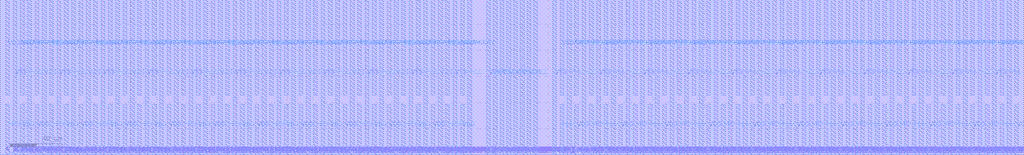
<source format=lef>
# Copyright 2023 ETH Zurich and University of Bologna.
# Solderpad Hardware License, Version 0.51, see LICENSE for details.
# SPDX-License-Identifier: SHL-0.51
#
# Dummy LEF for RM_IHPSG13_1P_256x64_c2_bm_bist

# Information extracted from the GDS available openly at:
# https://github.com/IHP-GmbH/IHP-Open-PDK/tree/main/ihp-sg13g2/libs.ref/sg13g2_sram/gds

VERSION 5.7 ;
BUSBITCHARS "[]" ;
DIVIDERCHAR "/" ;

MACRO RM_IHPSG13_1P_256x64_c2_bm_bist
  CLASS BLOCK ;
  ORIGIN 0 0 ;
  FOREIGN RM_IHPSG13_1P_256x64_c2_bm_bist 0 0 ;
  SIZE 784.48 BY 118.78 ;
  SYMMETRY X Y R90 ;
  PIN A_DIN[32]
    DIRECTION INPUT ;
    USE SIGNAL ;
    PORT
      LAYER Metal2 ;
        RECT 432.49 0 432.75 0.26 ;
    END
  END A_DIN[32]
  PIN A_DIN[31]
    DIRECTION INPUT ;
    USE SIGNAL ;
    PORT
      LAYER Metal2 ;
        RECT 351.73 0 351.99 0.26 ;
    END
  END A_DIN[31]
  PIN A_BIST_DIN[32]
    DIRECTION INPUT ;
    USE SIGNAL ;
    PORT
      LAYER Metal2 ;
        RECT 431.635 0 431.895 0.26 ;
    END
  END A_BIST_DIN[32]
  PIN A_BIST_DIN[31]
    DIRECTION INPUT ;
    USE SIGNAL ;
    PORT
      LAYER Metal2 ;
        RECT 352.585 0 352.845 0.26 ;
    END
  END A_BIST_DIN[31]
  PIN A_BM[32]
    DIRECTION INPUT ;
    USE SIGNAL ;
    PORT
      LAYER Metal2 ;
        RECT 424.65 0 424.91 0.26 ;
    END
  END A_BM[32]
  PIN A_BM[31]
    DIRECTION INPUT ;
    USE SIGNAL ;
    PORT
      LAYER Metal2 ;
        RECT 359.57 0 359.83 0.26 ;
    END
  END A_BM[31]
  PIN A_BIST_BM[32]
    DIRECTION INPUT ;
    USE SIGNAL ;
    PORT
      LAYER Metal2 ;
        RECT 426.025 0 426.285 0.26 ;
    END
  END A_BIST_BM[32]
  PIN A_BIST_BM[31]
    DIRECTION INPUT ;
    USE SIGNAL ;
    PORT
      LAYER Metal2 ;
        RECT 358.195 0 358.455 0.26 ;
    END
  END A_BIST_BM[31]
  PIN A_DOUT[32]
    DIRECTION OUTPUT ;
    USE SIGNAL ;
    PORT
      LAYER Metal2 ;
        RECT 425.16 0 425.42 0.26 ;
    END
  END A_DOUT[32]
  PIN A_DOUT[31]
    DIRECTION OUTPUT ;
    USE SIGNAL ;
    PORT
      LAYER Metal2 ;
        RECT 359.06 0 359.32 0.26 ;
    END
  END A_DOUT[31]
  PIN VSS
    DIRECTION INOUT ;
    USE GROUND ;
    NETEXPR "vss VSS" ;
    PORT
      LAYER Metal4 ;
        RECT 771.79 0 774.6 118.78 ;
    END
    PORT
      LAYER Metal4 ;
        RECT 760.55 0 763.36 118.78 ;
    END
    PORT
      LAYER Metal4 ;
        RECT 749.31 0 752.12 118.78 ;
    END
    PORT
      LAYER Metal4 ;
        RECT 738.07 0 740.88 118.78 ;
    END
    PORT
      LAYER Metal4 ;
        RECT 726.83 0 729.64 118.78 ;
    END
    PORT
      LAYER Metal4 ;
        RECT 715.59 0 718.4 118.78 ;
    END
    PORT
      LAYER Metal4 ;
        RECT 704.35 0 707.16 118.78 ;
    END
    PORT
      LAYER Metal4 ;
        RECT 693.11 0 695.92 118.78 ;
    END
    PORT
      LAYER Metal4 ;
        RECT 681.87 0 684.68 118.78 ;
    END
    PORT
      LAYER Metal4 ;
        RECT 670.63 0 673.44 118.78 ;
    END
    PORT
      LAYER Metal4 ;
        RECT 659.39 0 662.2 118.78 ;
    END
    PORT
      LAYER Metal4 ;
        RECT 648.15 0 650.96 118.78 ;
    END
    PORT
      LAYER Metal4 ;
        RECT 636.91 0 639.72 118.78 ;
    END
    PORT
      LAYER Metal4 ;
        RECT 625.67 0 628.48 118.78 ;
    END
    PORT
      LAYER Metal4 ;
        RECT 614.43 0 617.24 118.78 ;
    END
    PORT
      LAYER Metal4 ;
        RECT 603.19 0 606 118.78 ;
    END
    PORT
      LAYER Metal4 ;
        RECT 591.95 0 594.76 118.78 ;
    END
    PORT
      LAYER Metal4 ;
        RECT 580.71 0 583.52 118.78 ;
    END
    PORT
      LAYER Metal4 ;
        RECT 569.47 0 572.28 118.78 ;
    END
    PORT
      LAYER Metal4 ;
        RECT 558.23 0 561.04 118.78 ;
    END
    PORT
      LAYER Metal4 ;
        RECT 546.99 0 549.8 118.78 ;
    END
    PORT
      LAYER Metal4 ;
        RECT 535.75 0 538.56 118.78 ;
    END
    PORT
      LAYER Metal4 ;
        RECT 524.51 0 527.32 118.78 ;
    END
    PORT
      LAYER Metal4 ;
        RECT 513.27 0 516.08 118.78 ;
    END
    PORT
      LAYER Metal4 ;
        RECT 502.03 0 504.84 118.78 ;
    END
    PORT
      LAYER Metal4 ;
        RECT 490.79 0 493.6 118.78 ;
    END
    PORT
      LAYER Metal4 ;
        RECT 479.55 0 482.36 118.78 ;
    END
    PORT
      LAYER Metal4 ;
        RECT 468.31 0 471.12 118.78 ;
    END
    PORT
      LAYER Metal4 ;
        RECT 457.07 0 459.88 118.78 ;
    END
    PORT
      LAYER Metal4 ;
        RECT 445.83 0 448.64 118.78 ;
    END
    PORT
      LAYER Metal4 ;
        RECT 434.59 0 437.4 118.78 ;
    END
    PORT
      LAYER Metal4 ;
        RECT 423.35 0 426.16 118.78 ;
    END
    PORT
      LAYER Metal4 ;
        RECT 408.86 0 411.67 118.78 ;
    END
    PORT
      LAYER Metal4 ;
        RECT 398.56 0 401.37 118.78 ;
    END
    PORT
      LAYER Metal4 ;
        RECT 383.11 0 385.92 118.78 ;
    END
    PORT
      LAYER Metal4 ;
        RECT 372.81 0 375.62 118.78 ;
    END
    PORT
      LAYER Metal4 ;
        RECT 358.32 0 361.13 118.78 ;
    END
    PORT
      LAYER Metal4 ;
        RECT 347.08 0 349.89 118.78 ;
    END
    PORT
      LAYER Metal4 ;
        RECT 335.84 0 338.65 118.78 ;
    END
    PORT
      LAYER Metal4 ;
        RECT 324.6 0 327.41 118.78 ;
    END
    PORT
      LAYER Metal4 ;
        RECT 313.36 0 316.17 118.78 ;
    END
    PORT
      LAYER Metal4 ;
        RECT 302.12 0 304.93 118.78 ;
    END
    PORT
      LAYER Metal4 ;
        RECT 290.88 0 293.69 118.78 ;
    END
    PORT
      LAYER Metal4 ;
        RECT 279.64 0 282.45 118.78 ;
    END
    PORT
      LAYER Metal4 ;
        RECT 268.4 0 271.21 118.78 ;
    END
    PORT
      LAYER Metal4 ;
        RECT 257.16 0 259.97 118.78 ;
    END
    PORT
      LAYER Metal4 ;
        RECT 245.92 0 248.73 118.78 ;
    END
    PORT
      LAYER Metal4 ;
        RECT 234.68 0 237.49 118.78 ;
    END
    PORT
      LAYER Metal4 ;
        RECT 223.44 0 226.25 118.78 ;
    END
    PORT
      LAYER Metal4 ;
        RECT 212.2 0 215.01 118.78 ;
    END
    PORT
      LAYER Metal4 ;
        RECT 200.96 0 203.77 118.78 ;
    END
    PORT
      LAYER Metal4 ;
        RECT 189.72 0 192.53 118.78 ;
    END
    PORT
      LAYER Metal4 ;
        RECT 178.48 0 181.29 118.78 ;
    END
    PORT
      LAYER Metal4 ;
        RECT 167.24 0 170.05 118.78 ;
    END
    PORT
      LAYER Metal4 ;
        RECT 156 0 158.81 118.78 ;
    END
    PORT
      LAYER Metal4 ;
        RECT 144.76 0 147.57 118.78 ;
    END
    PORT
      LAYER Metal4 ;
        RECT 133.52 0 136.33 118.78 ;
    END
    PORT
      LAYER Metal4 ;
        RECT 122.28 0 125.09 118.78 ;
    END
    PORT
      LAYER Metal4 ;
        RECT 111.04 0 113.85 118.78 ;
    END
    PORT
      LAYER Metal4 ;
        RECT 99.8 0 102.61 118.78 ;
    END
    PORT
      LAYER Metal4 ;
        RECT 88.56 0 91.37 118.78 ;
    END
    PORT
      LAYER Metal4 ;
        RECT 77.32 0 80.13 118.78 ;
    END
    PORT
      LAYER Metal4 ;
        RECT 66.08 0 68.89 118.78 ;
    END
    PORT
      LAYER Metal4 ;
        RECT 54.84 0 57.65 118.78 ;
    END
    PORT
      LAYER Metal4 ;
        RECT 43.6 0 46.41 118.78 ;
    END
    PORT
      LAYER Metal4 ;
        RECT 32.36 0 35.17 118.78 ;
    END
    PORT
      LAYER Metal4 ;
        RECT 21.12 0 23.93 118.78 ;
    END
    PORT
      LAYER Metal4 ;
        RECT 9.88 0 12.69 118.78 ;
    END
  END VSS
  PIN VDD
    DIRECTION INOUT ;
    USE POWER ;
    NETEXPR "vdd VDD" ;
    PORT
      LAYER Metal4 ;
        RECT 777.41 0 780.22 38.825 ;
    END
    PORT
      LAYER Metal4 ;
        RECT 766.17 0 768.98 38.825 ;
    END
    PORT
      LAYER Metal4 ;
        RECT 754.93 0 757.74 38.825 ;
    END
    PORT
      LAYER Metal4 ;
        RECT 743.69 0 746.5 38.825 ;
    END
    PORT
      LAYER Metal4 ;
        RECT 732.45 0 735.26 38.825 ;
    END
    PORT
      LAYER Metal4 ;
        RECT 721.21 0 724.02 38.825 ;
    END
    PORT
      LAYER Metal4 ;
        RECT 709.97 0 712.78 38.825 ;
    END
    PORT
      LAYER Metal4 ;
        RECT 698.73 0 701.54 38.825 ;
    END
    PORT
      LAYER Metal4 ;
        RECT 687.49 0 690.3 38.825 ;
    END
    PORT
      LAYER Metal4 ;
        RECT 676.25 0 679.06 38.825 ;
    END
    PORT
      LAYER Metal4 ;
        RECT 665.01 0 667.82 38.825 ;
    END
    PORT
      LAYER Metal4 ;
        RECT 653.77 0 656.58 38.825 ;
    END
    PORT
      LAYER Metal4 ;
        RECT 642.53 0 645.34 38.825 ;
    END
    PORT
      LAYER Metal4 ;
        RECT 631.29 0 634.1 38.825 ;
    END
    PORT
      LAYER Metal4 ;
        RECT 620.05 0 622.86 38.825 ;
    END
    PORT
      LAYER Metal4 ;
        RECT 608.81 0 611.62 38.825 ;
    END
    PORT
      LAYER Metal4 ;
        RECT 597.57 0 600.38 38.825 ;
    END
    PORT
      LAYER Metal4 ;
        RECT 586.33 0 589.14 38.825 ;
    END
    PORT
      LAYER Metal4 ;
        RECT 575.09 0 577.9 38.825 ;
    END
    PORT
      LAYER Metal4 ;
        RECT 563.85 0 566.66 38.825 ;
    END
    PORT
      LAYER Metal4 ;
        RECT 552.61 0 555.42 38.825 ;
    END
    PORT
      LAYER Metal4 ;
        RECT 541.37 0 544.18 38.825 ;
    END
    PORT
      LAYER Metal4 ;
        RECT 530.13 0 532.94 38.825 ;
    END
    PORT
      LAYER Metal4 ;
        RECT 518.89 0 521.7 38.825 ;
    END
    PORT
      LAYER Metal4 ;
        RECT 507.65 0 510.46 38.825 ;
    END
    PORT
      LAYER Metal4 ;
        RECT 496.41 0 499.22 38.825 ;
    END
    PORT
      LAYER Metal4 ;
        RECT 485.17 0 487.98 38.825 ;
    END
    PORT
      LAYER Metal4 ;
        RECT 473.93 0 476.74 38.825 ;
    END
    PORT
      LAYER Metal4 ;
        RECT 462.69 0 465.5 38.825 ;
    END
    PORT
      LAYER Metal4 ;
        RECT 451.45 0 454.26 38.825 ;
    END
    PORT
      LAYER Metal4 ;
        RECT 440.21 0 443.02 38.825 ;
    END
    PORT
      LAYER Metal4 ;
        RECT 428.97 0 431.78 38.825 ;
    END
    PORT
      LAYER Metal4 ;
        RECT 403.71 0 406.52 118.78 ;
    END
    PORT
      LAYER Metal4 ;
        RECT 393.41 0 396.22 118.78 ;
    END
    PORT
      LAYER Metal4 ;
        RECT 388.26 0 391.07 118.78 ;
    END
    PORT
      LAYER Metal4 ;
        RECT 377.96 0 380.77 118.78 ;
    END
    PORT
      LAYER Metal4 ;
        RECT 352.7 0 355.51 38.825 ;
    END
    PORT
      LAYER Metal4 ;
        RECT 341.46 0 344.27 38.825 ;
    END
    PORT
      LAYER Metal4 ;
        RECT 330.22 0 333.03 38.825 ;
    END
    PORT
      LAYER Metal4 ;
        RECT 318.98 0 321.79 38.825 ;
    END
    PORT
      LAYER Metal4 ;
        RECT 307.74 0 310.55 38.825 ;
    END
    PORT
      LAYER Metal4 ;
        RECT 296.5 0 299.31 38.825 ;
    END
    PORT
      LAYER Metal4 ;
        RECT 285.26 0 288.07 38.825 ;
    END
    PORT
      LAYER Metal4 ;
        RECT 274.02 0 276.83 38.825 ;
    END
    PORT
      LAYER Metal4 ;
        RECT 262.78 0 265.59 38.825 ;
    END
    PORT
      LAYER Metal4 ;
        RECT 251.54 0 254.35 38.825 ;
    END
    PORT
      LAYER Metal4 ;
        RECT 240.3 0 243.11 38.825 ;
    END
    PORT
      LAYER Metal4 ;
        RECT 229.06 0 231.87 38.825 ;
    END
    PORT
      LAYER Metal4 ;
        RECT 217.82 0 220.63 38.825 ;
    END
    PORT
      LAYER Metal4 ;
        RECT 206.58 0 209.39 38.825 ;
    END
    PORT
      LAYER Metal4 ;
        RECT 195.34 0 198.15 38.825 ;
    END
    PORT
      LAYER Metal4 ;
        RECT 184.1 0 186.91 38.825 ;
    END
    PORT
      LAYER Metal4 ;
        RECT 172.86 0 175.67 38.825 ;
    END
    PORT
      LAYER Metal4 ;
        RECT 161.62 0 164.43 38.825 ;
    END
    PORT
      LAYER Metal4 ;
        RECT 150.38 0 153.19 38.825 ;
    END
    PORT
      LAYER Metal4 ;
        RECT 139.14 0 141.95 38.825 ;
    END
    PORT
      LAYER Metal4 ;
        RECT 127.9 0 130.71 38.825 ;
    END
    PORT
      LAYER Metal4 ;
        RECT 116.66 0 119.47 38.825 ;
    END
    PORT
      LAYER Metal4 ;
        RECT 105.42 0 108.23 38.825 ;
    END
    PORT
      LAYER Metal4 ;
        RECT 94.18 0 96.99 38.825 ;
    END
    PORT
      LAYER Metal4 ;
        RECT 82.94 0 85.75 38.825 ;
    END
    PORT
      LAYER Metal4 ;
        RECT 71.7 0 74.51 38.825 ;
    END
    PORT
      LAYER Metal4 ;
        RECT 60.46 0 63.27 38.825 ;
    END
    PORT
      LAYER Metal4 ;
        RECT 49.22 0 52.03 38.825 ;
    END
    PORT
      LAYER Metal4 ;
        RECT 37.98 0 40.79 38.825 ;
    END
    PORT
      LAYER Metal4 ;
        RECT 26.74 0 29.55 38.825 ;
    END
    PORT
      LAYER Metal4 ;
        RECT 15.5 0 18.31 38.825 ;
    END
    PORT
      LAYER Metal4 ;
        RECT 4.26 0 7.07 38.825 ;
    END
  END VDD
  PIN VDDARRAY
    DIRECTION INOUT ;
    USE POWER ;
    NETEXPR "vddarray VDDARRAY" ;
    PORT
      LAYER Metal4 ;
        RECT 777.41 45.465 780.22 118.78 ;
    END
    PORT
      LAYER Metal4 ;
        RECT 766.17 45.465 768.98 118.78 ;
    END
    PORT
      LAYER Metal4 ;
        RECT 754.93 45.465 757.74 118.78 ;
    END
    PORT
      LAYER Metal4 ;
        RECT 743.69 45.465 746.5 118.78 ;
    END
    PORT
      LAYER Metal4 ;
        RECT 732.45 45.465 735.26 118.78 ;
    END
    PORT
      LAYER Metal4 ;
        RECT 721.21 45.465 724.02 118.78 ;
    END
    PORT
      LAYER Metal4 ;
        RECT 709.97 45.465 712.78 118.78 ;
    END
    PORT
      LAYER Metal4 ;
        RECT 698.73 45.465 701.54 118.78 ;
    END
    PORT
      LAYER Metal4 ;
        RECT 687.49 45.465 690.3 118.78 ;
    END
    PORT
      LAYER Metal4 ;
        RECT 676.25 45.465 679.06 118.78 ;
    END
    PORT
      LAYER Metal4 ;
        RECT 665.01 45.465 667.82 118.78 ;
    END
    PORT
      LAYER Metal4 ;
        RECT 653.77 45.465 656.58 118.78 ;
    END
    PORT
      LAYER Metal4 ;
        RECT 642.53 45.465 645.34 118.78 ;
    END
    PORT
      LAYER Metal4 ;
        RECT 631.29 45.465 634.1 118.78 ;
    END
    PORT
      LAYER Metal4 ;
        RECT 620.05 45.465 622.86 118.78 ;
    END
    PORT
      LAYER Metal4 ;
        RECT 608.81 45.465 611.62 118.78 ;
    END
    PORT
      LAYER Metal4 ;
        RECT 597.57 45.465 600.38 118.78 ;
    END
    PORT
      LAYER Metal4 ;
        RECT 586.33 45.465 589.14 118.78 ;
    END
    PORT
      LAYER Metal4 ;
        RECT 575.09 45.465 577.9 118.78 ;
    END
    PORT
      LAYER Metal4 ;
        RECT 563.85 45.465 566.66 118.78 ;
    END
    PORT
      LAYER Metal4 ;
        RECT 552.61 45.465 555.42 118.78 ;
    END
    PORT
      LAYER Metal4 ;
        RECT 541.37 45.465 544.18 118.78 ;
    END
    PORT
      LAYER Metal4 ;
        RECT 530.13 45.465 532.94 118.78 ;
    END
    PORT
      LAYER Metal4 ;
        RECT 518.89 45.465 521.7 118.78 ;
    END
    PORT
      LAYER Metal4 ;
        RECT 507.65 45.465 510.46 118.78 ;
    END
    PORT
      LAYER Metal4 ;
        RECT 496.41 45.465 499.22 118.78 ;
    END
    PORT
      LAYER Metal4 ;
        RECT 485.17 45.465 487.98 118.78 ;
    END
    PORT
      LAYER Metal4 ;
        RECT 473.93 45.465 476.74 118.78 ;
    END
    PORT
      LAYER Metal4 ;
        RECT 462.69 45.465 465.5 118.78 ;
    END
    PORT
      LAYER Metal4 ;
        RECT 451.45 45.465 454.26 118.78 ;
    END
    PORT
      LAYER Metal4 ;
        RECT 440.21 45.465 443.02 118.78 ;
    END
    PORT
      LAYER Metal4 ;
        RECT 428.97 45.465 431.78 118.78 ;
    END
    PORT
      LAYER Metal4 ;
        RECT 352.7 45.465 355.51 118.78 ;
    END
    PORT
      LAYER Metal4 ;
        RECT 341.46 45.465 344.27 118.78 ;
    END
    PORT
      LAYER Metal4 ;
        RECT 330.22 45.465 333.03 118.78 ;
    END
    PORT
      LAYER Metal4 ;
        RECT 318.98 45.465 321.79 118.78 ;
    END
    PORT
      LAYER Metal4 ;
        RECT 307.74 45.465 310.55 118.78 ;
    END
    PORT
      LAYER Metal4 ;
        RECT 296.5 45.465 299.31 118.78 ;
    END
    PORT
      LAYER Metal4 ;
        RECT 285.26 45.465 288.07 118.78 ;
    END
    PORT
      LAYER Metal4 ;
        RECT 274.02 45.465 276.83 118.78 ;
    END
    PORT
      LAYER Metal4 ;
        RECT 262.78 45.465 265.59 118.78 ;
    END
    PORT
      LAYER Metal4 ;
        RECT 251.54 45.465 254.35 118.78 ;
    END
    PORT
      LAYER Metal4 ;
        RECT 240.3 45.465 243.11 118.78 ;
    END
    PORT
      LAYER Metal4 ;
        RECT 229.06 45.465 231.87 118.78 ;
    END
    PORT
      LAYER Metal4 ;
        RECT 217.82 45.465 220.63 118.78 ;
    END
    PORT
      LAYER Metal4 ;
        RECT 206.58 45.465 209.39 118.78 ;
    END
    PORT
      LAYER Metal4 ;
        RECT 195.34 45.465 198.15 118.78 ;
    END
    PORT
      LAYER Metal4 ;
        RECT 184.1 45.465 186.91 118.78 ;
    END
    PORT
      LAYER Metal4 ;
        RECT 172.86 45.465 175.67 118.78 ;
    END
    PORT
      LAYER Metal4 ;
        RECT 161.62 45.465 164.43 118.78 ;
    END
    PORT
      LAYER Metal4 ;
        RECT 150.38 45.465 153.19 118.78 ;
    END
    PORT
      LAYER Metal4 ;
        RECT 139.14 45.465 141.95 118.78 ;
    END
    PORT
      LAYER Metal4 ;
        RECT 127.9 45.465 130.71 118.78 ;
    END
    PORT
      LAYER Metal4 ;
        RECT 116.66 45.465 119.47 118.78 ;
    END
    PORT
      LAYER Metal4 ;
        RECT 105.42 45.465 108.23 118.78 ;
    END
    PORT
      LAYER Metal4 ;
        RECT 94.18 45.465 96.99 118.78 ;
    END
    PORT
      LAYER Metal4 ;
        RECT 82.94 45.465 85.75 118.78 ;
    END
    PORT
      LAYER Metal4 ;
        RECT 71.7 45.465 74.51 118.78 ;
    END
    PORT
      LAYER Metal4 ;
        RECT 60.46 45.465 63.27 118.78 ;
    END
    PORT
      LAYER Metal4 ;
        RECT 49.22 45.465 52.03 118.78 ;
    END
    PORT
      LAYER Metal4 ;
        RECT 37.98 45.465 40.79 118.78 ;
    END
    PORT
      LAYER Metal4 ;
        RECT 26.74 45.465 29.55 118.78 ;
    END
    PORT
      LAYER Metal4 ;
        RECT 15.5 45.465 18.31 118.78 ;
    END
    PORT
      LAYER Metal4 ;
        RECT 4.26 45.465 7.07 118.78 ;
    END
  END VDDARRAY
  PIN A_DIN[33]
    DIRECTION INPUT ;
    USE SIGNAL ;
    PORT
      LAYER Metal2 ;
        RECT 443.73 0 443.99 0.26 ;
    END
  END A_DIN[33]
  PIN A_DIN[30]
    DIRECTION INPUT ;
    USE SIGNAL ;
    PORT
      LAYER Metal2 ;
        RECT 340.49 0 340.75 0.26 ;
    END
  END A_DIN[30]
  PIN A_BIST_DIN[33]
    DIRECTION INPUT ;
    USE SIGNAL ;
    PORT
      LAYER Metal2 ;
        RECT 442.875 0 443.135 0.26 ;
    END
  END A_BIST_DIN[33]
  PIN A_BIST_DIN[30]
    DIRECTION INPUT ;
    USE SIGNAL ;
    PORT
      LAYER Metal2 ;
        RECT 341.345 0 341.605 0.26 ;
    END
  END A_BIST_DIN[30]
  PIN A_BM[33]
    DIRECTION INPUT ;
    USE SIGNAL ;
    PORT
      LAYER Metal2 ;
        RECT 435.89 0 436.15 0.26 ;
    END
  END A_BM[33]
  PIN A_BM[30]
    DIRECTION INPUT ;
    USE SIGNAL ;
    PORT
      LAYER Metal2 ;
        RECT 348.33 0 348.59 0.26 ;
    END
  END A_BM[30]
  PIN A_BIST_BM[33]
    DIRECTION INPUT ;
    USE SIGNAL ;
    PORT
      LAYER Metal2 ;
        RECT 437.265 0 437.525 0.26 ;
    END
  END A_BIST_BM[33]
  PIN A_BIST_BM[30]
    DIRECTION INPUT ;
    USE SIGNAL ;
    PORT
      LAYER Metal2 ;
        RECT 346.955 0 347.215 0.26 ;
    END
  END A_BIST_BM[30]
  PIN A_DOUT[33]
    DIRECTION OUTPUT ;
    USE SIGNAL ;
    PORT
      LAYER Metal2 ;
        RECT 436.4 0 436.66 0.26 ;
    END
  END A_DOUT[33]
  PIN A_DOUT[30]
    DIRECTION OUTPUT ;
    USE SIGNAL ;
    PORT
      LAYER Metal2 ;
        RECT 347.82 0 348.08 0.26 ;
    END
  END A_DOUT[30]
  PIN A_DIN[34]
    DIRECTION INPUT ;
    USE SIGNAL ;
    PORT
      LAYER Metal2 ;
        RECT 454.97 0 455.23 0.26 ;
    END
  END A_DIN[34]
  PIN A_DIN[29]
    DIRECTION INPUT ;
    USE SIGNAL ;
    PORT
      LAYER Metal2 ;
        RECT 329.25 0 329.51 0.26 ;
    END
  END A_DIN[29]
  PIN A_BIST_DIN[34]
    DIRECTION INPUT ;
    USE SIGNAL ;
    PORT
      LAYER Metal2 ;
        RECT 454.115 0 454.375 0.26 ;
    END
  END A_BIST_DIN[34]
  PIN A_BIST_DIN[29]
    DIRECTION INPUT ;
    USE SIGNAL ;
    PORT
      LAYER Metal2 ;
        RECT 330.105 0 330.365 0.26 ;
    END
  END A_BIST_DIN[29]
  PIN A_BM[34]
    DIRECTION INPUT ;
    USE SIGNAL ;
    PORT
      LAYER Metal2 ;
        RECT 447.13 0 447.39 0.26 ;
    END
  END A_BM[34]
  PIN A_BM[29]
    DIRECTION INPUT ;
    USE SIGNAL ;
    PORT
      LAYER Metal2 ;
        RECT 337.09 0 337.35 0.26 ;
    END
  END A_BM[29]
  PIN A_BIST_BM[34]
    DIRECTION INPUT ;
    USE SIGNAL ;
    PORT
      LAYER Metal2 ;
        RECT 448.505 0 448.765 0.26 ;
    END
  END A_BIST_BM[34]
  PIN A_BIST_BM[29]
    DIRECTION INPUT ;
    USE SIGNAL ;
    PORT
      LAYER Metal2 ;
        RECT 335.715 0 335.975 0.26 ;
    END
  END A_BIST_BM[29]
  PIN A_DOUT[34]
    DIRECTION OUTPUT ;
    USE SIGNAL ;
    PORT
      LAYER Metal2 ;
        RECT 447.64 0 447.9 0.26 ;
    END
  END A_DOUT[34]
  PIN A_DOUT[29]
    DIRECTION OUTPUT ;
    USE SIGNAL ;
    PORT
      LAYER Metal2 ;
        RECT 336.58 0 336.84 0.26 ;
    END
  END A_DOUT[29]
  PIN A_DIN[35]
    DIRECTION INPUT ;
    USE SIGNAL ;
    PORT
      LAYER Metal2 ;
        RECT 466.21 0 466.47 0.26 ;
    END
  END A_DIN[35]
  PIN A_DIN[28]
    DIRECTION INPUT ;
    USE SIGNAL ;
    PORT
      LAYER Metal2 ;
        RECT 318.01 0 318.27 0.26 ;
    END
  END A_DIN[28]
  PIN A_BIST_DIN[35]
    DIRECTION INPUT ;
    USE SIGNAL ;
    PORT
      LAYER Metal2 ;
        RECT 465.355 0 465.615 0.26 ;
    END
  END A_BIST_DIN[35]
  PIN A_BIST_DIN[28]
    DIRECTION INPUT ;
    USE SIGNAL ;
    PORT
      LAYER Metal2 ;
        RECT 318.865 0 319.125 0.26 ;
    END
  END A_BIST_DIN[28]
  PIN A_BM[35]
    DIRECTION INPUT ;
    USE SIGNAL ;
    PORT
      LAYER Metal2 ;
        RECT 458.37 0 458.63 0.26 ;
    END
  END A_BM[35]
  PIN A_BM[28]
    DIRECTION INPUT ;
    USE SIGNAL ;
    PORT
      LAYER Metal2 ;
        RECT 325.85 0 326.11 0.26 ;
    END
  END A_BM[28]
  PIN A_BIST_BM[35]
    DIRECTION INPUT ;
    USE SIGNAL ;
    PORT
      LAYER Metal2 ;
        RECT 459.745 0 460.005 0.26 ;
    END
  END A_BIST_BM[35]
  PIN A_BIST_BM[28]
    DIRECTION INPUT ;
    USE SIGNAL ;
    PORT
      LAYER Metal2 ;
        RECT 324.475 0 324.735 0.26 ;
    END
  END A_BIST_BM[28]
  PIN A_DOUT[35]
    DIRECTION OUTPUT ;
    USE SIGNAL ;
    PORT
      LAYER Metal2 ;
        RECT 458.88 0 459.14 0.26 ;
    END
  END A_DOUT[35]
  PIN A_DOUT[28]
    DIRECTION OUTPUT ;
    USE SIGNAL ;
    PORT
      LAYER Metal2 ;
        RECT 325.34 0 325.6 0.26 ;
    END
  END A_DOUT[28]
  PIN A_DIN[36]
    DIRECTION INPUT ;
    USE SIGNAL ;
    PORT
      LAYER Metal2 ;
        RECT 477.45 0 477.71 0.26 ;
    END
  END A_DIN[36]
  PIN A_DIN[27]
    DIRECTION INPUT ;
    USE SIGNAL ;
    PORT
      LAYER Metal2 ;
        RECT 306.77 0 307.03 0.26 ;
    END
  END A_DIN[27]
  PIN A_BIST_DIN[36]
    DIRECTION INPUT ;
    USE SIGNAL ;
    PORT
      LAYER Metal2 ;
        RECT 476.595 0 476.855 0.26 ;
    END
  END A_BIST_DIN[36]
  PIN A_BIST_DIN[27]
    DIRECTION INPUT ;
    USE SIGNAL ;
    PORT
      LAYER Metal2 ;
        RECT 307.625 0 307.885 0.26 ;
    END
  END A_BIST_DIN[27]
  PIN A_BM[36]
    DIRECTION INPUT ;
    USE SIGNAL ;
    PORT
      LAYER Metal2 ;
        RECT 469.61 0 469.87 0.26 ;
    END
  END A_BM[36]
  PIN A_BM[27]
    DIRECTION INPUT ;
    USE SIGNAL ;
    PORT
      LAYER Metal2 ;
        RECT 314.61 0 314.87 0.26 ;
    END
  END A_BM[27]
  PIN A_BIST_BM[36]
    DIRECTION INPUT ;
    USE SIGNAL ;
    PORT
      LAYER Metal2 ;
        RECT 470.985 0 471.245 0.26 ;
    END
  END A_BIST_BM[36]
  PIN A_BIST_BM[27]
    DIRECTION INPUT ;
    USE SIGNAL ;
    PORT
      LAYER Metal2 ;
        RECT 313.235 0 313.495 0.26 ;
    END
  END A_BIST_BM[27]
  PIN A_DOUT[36]
    DIRECTION OUTPUT ;
    USE SIGNAL ;
    PORT
      LAYER Metal2 ;
        RECT 470.12 0 470.38 0.26 ;
    END
  END A_DOUT[36]
  PIN A_DOUT[27]
    DIRECTION OUTPUT ;
    USE SIGNAL ;
    PORT
      LAYER Metal2 ;
        RECT 314.1 0 314.36 0.26 ;
    END
  END A_DOUT[27]
  PIN A_DIN[37]
    DIRECTION INPUT ;
    USE SIGNAL ;
    PORT
      LAYER Metal2 ;
        RECT 488.69 0 488.95 0.26 ;
    END
  END A_DIN[37]
  PIN A_DIN[26]
    DIRECTION INPUT ;
    USE SIGNAL ;
    PORT
      LAYER Metal2 ;
        RECT 295.53 0 295.79 0.26 ;
    END
  END A_DIN[26]
  PIN A_BIST_DIN[37]
    DIRECTION INPUT ;
    USE SIGNAL ;
    PORT
      LAYER Metal2 ;
        RECT 487.835 0 488.095 0.26 ;
    END
  END A_BIST_DIN[37]
  PIN A_BIST_DIN[26]
    DIRECTION INPUT ;
    USE SIGNAL ;
    PORT
      LAYER Metal2 ;
        RECT 296.385 0 296.645 0.26 ;
    END
  END A_BIST_DIN[26]
  PIN A_BM[37]
    DIRECTION INPUT ;
    USE SIGNAL ;
    PORT
      LAYER Metal2 ;
        RECT 480.85 0 481.11 0.26 ;
    END
  END A_BM[37]
  PIN A_BM[26]
    DIRECTION INPUT ;
    USE SIGNAL ;
    PORT
      LAYER Metal2 ;
        RECT 303.37 0 303.63 0.26 ;
    END
  END A_BM[26]
  PIN A_BIST_BM[37]
    DIRECTION INPUT ;
    USE SIGNAL ;
    PORT
      LAYER Metal2 ;
        RECT 482.225 0 482.485 0.26 ;
    END
  END A_BIST_BM[37]
  PIN A_BIST_BM[26]
    DIRECTION INPUT ;
    USE SIGNAL ;
    PORT
      LAYER Metal2 ;
        RECT 301.995 0 302.255 0.26 ;
    END
  END A_BIST_BM[26]
  PIN A_DOUT[37]
    DIRECTION OUTPUT ;
    USE SIGNAL ;
    PORT
      LAYER Metal2 ;
        RECT 481.36 0 481.62 0.26 ;
    END
  END A_DOUT[37]
  PIN A_DOUT[26]
    DIRECTION OUTPUT ;
    USE SIGNAL ;
    PORT
      LAYER Metal2 ;
        RECT 302.86 0 303.12 0.26 ;
    END
  END A_DOUT[26]
  PIN A_DIN[38]
    DIRECTION INPUT ;
    USE SIGNAL ;
    PORT
      LAYER Metal2 ;
        RECT 499.93 0 500.19 0.26 ;
    END
  END A_DIN[38]
  PIN A_DIN[25]
    DIRECTION INPUT ;
    USE SIGNAL ;
    PORT
      LAYER Metal2 ;
        RECT 284.29 0 284.55 0.26 ;
    END
  END A_DIN[25]
  PIN A_BIST_DIN[38]
    DIRECTION INPUT ;
    USE SIGNAL ;
    PORT
      LAYER Metal2 ;
        RECT 499.075 0 499.335 0.26 ;
    END
  END A_BIST_DIN[38]
  PIN A_BIST_DIN[25]
    DIRECTION INPUT ;
    USE SIGNAL ;
    PORT
      LAYER Metal2 ;
        RECT 285.145 0 285.405 0.26 ;
    END
  END A_BIST_DIN[25]
  PIN A_BM[38]
    DIRECTION INPUT ;
    USE SIGNAL ;
    PORT
      LAYER Metal2 ;
        RECT 492.09 0 492.35 0.26 ;
    END
  END A_BM[38]
  PIN A_BM[25]
    DIRECTION INPUT ;
    USE SIGNAL ;
    PORT
      LAYER Metal2 ;
        RECT 292.13 0 292.39 0.26 ;
    END
  END A_BM[25]
  PIN A_BIST_BM[38]
    DIRECTION INPUT ;
    USE SIGNAL ;
    PORT
      LAYER Metal2 ;
        RECT 493.465 0 493.725 0.26 ;
    END
  END A_BIST_BM[38]
  PIN A_BIST_BM[25]
    DIRECTION INPUT ;
    USE SIGNAL ;
    PORT
      LAYER Metal2 ;
        RECT 290.755 0 291.015 0.26 ;
    END
  END A_BIST_BM[25]
  PIN A_DOUT[38]
    DIRECTION OUTPUT ;
    USE SIGNAL ;
    PORT
      LAYER Metal2 ;
        RECT 492.6 0 492.86 0.26 ;
    END
  END A_DOUT[38]
  PIN A_DOUT[25]
    DIRECTION OUTPUT ;
    USE SIGNAL ;
    PORT
      LAYER Metal2 ;
        RECT 291.62 0 291.88 0.26 ;
    END
  END A_DOUT[25]
  PIN A_DIN[39]
    DIRECTION INPUT ;
    USE SIGNAL ;
    PORT
      LAYER Metal2 ;
        RECT 511.17 0 511.43 0.26 ;
    END
  END A_DIN[39]
  PIN A_DIN[24]
    DIRECTION INPUT ;
    USE SIGNAL ;
    PORT
      LAYER Metal2 ;
        RECT 273.05 0 273.31 0.26 ;
    END
  END A_DIN[24]
  PIN A_BIST_DIN[39]
    DIRECTION INPUT ;
    USE SIGNAL ;
    PORT
      LAYER Metal2 ;
        RECT 510.315 0 510.575 0.26 ;
    END
  END A_BIST_DIN[39]
  PIN A_BIST_DIN[24]
    DIRECTION INPUT ;
    USE SIGNAL ;
    PORT
      LAYER Metal2 ;
        RECT 273.905 0 274.165 0.26 ;
    END
  END A_BIST_DIN[24]
  PIN A_BM[39]
    DIRECTION INPUT ;
    USE SIGNAL ;
    PORT
      LAYER Metal2 ;
        RECT 503.33 0 503.59 0.26 ;
    END
  END A_BM[39]
  PIN A_BM[24]
    DIRECTION INPUT ;
    USE SIGNAL ;
    PORT
      LAYER Metal2 ;
        RECT 280.89 0 281.15 0.26 ;
    END
  END A_BM[24]
  PIN A_BIST_BM[39]
    DIRECTION INPUT ;
    USE SIGNAL ;
    PORT
      LAYER Metal2 ;
        RECT 504.705 0 504.965 0.26 ;
    END
  END A_BIST_BM[39]
  PIN A_BIST_BM[24]
    DIRECTION INPUT ;
    USE SIGNAL ;
    PORT
      LAYER Metal2 ;
        RECT 279.515 0 279.775 0.26 ;
    END
  END A_BIST_BM[24]
  PIN A_DOUT[39]
    DIRECTION OUTPUT ;
    USE SIGNAL ;
    PORT
      LAYER Metal2 ;
        RECT 503.84 0 504.1 0.26 ;
    END
  END A_DOUT[39]
  PIN A_DOUT[24]
    DIRECTION OUTPUT ;
    USE SIGNAL ;
    PORT
      LAYER Metal2 ;
        RECT 280.38 0 280.64 0.26 ;
    END
  END A_DOUT[24]
  PIN A_DIN[40]
    DIRECTION INPUT ;
    USE SIGNAL ;
    PORT
      LAYER Metal2 ;
        RECT 522.41 0 522.67 0.26 ;
    END
  END A_DIN[40]
  PIN A_DIN[23]
    DIRECTION INPUT ;
    USE SIGNAL ;
    PORT
      LAYER Metal2 ;
        RECT 261.81 0 262.07 0.26 ;
    END
  END A_DIN[23]
  PIN A_BIST_DIN[40]
    DIRECTION INPUT ;
    USE SIGNAL ;
    PORT
      LAYER Metal2 ;
        RECT 521.555 0 521.815 0.26 ;
    END
  END A_BIST_DIN[40]
  PIN A_BIST_DIN[23]
    DIRECTION INPUT ;
    USE SIGNAL ;
    PORT
      LAYER Metal2 ;
        RECT 262.665 0 262.925 0.26 ;
    END
  END A_BIST_DIN[23]
  PIN A_BM[40]
    DIRECTION INPUT ;
    USE SIGNAL ;
    PORT
      LAYER Metal2 ;
        RECT 514.57 0 514.83 0.26 ;
    END
  END A_BM[40]
  PIN A_BM[23]
    DIRECTION INPUT ;
    USE SIGNAL ;
    PORT
      LAYER Metal2 ;
        RECT 269.65 0 269.91 0.26 ;
    END
  END A_BM[23]
  PIN A_BIST_BM[40]
    DIRECTION INPUT ;
    USE SIGNAL ;
    PORT
      LAYER Metal2 ;
        RECT 515.945 0 516.205 0.26 ;
    END
  END A_BIST_BM[40]
  PIN A_BIST_BM[23]
    DIRECTION INPUT ;
    USE SIGNAL ;
    PORT
      LAYER Metal2 ;
        RECT 268.275 0 268.535 0.26 ;
    END
  END A_BIST_BM[23]
  PIN A_DOUT[40]
    DIRECTION OUTPUT ;
    USE SIGNAL ;
    PORT
      LAYER Metal2 ;
        RECT 515.08 0 515.34 0.26 ;
    END
  END A_DOUT[40]
  PIN A_DOUT[23]
    DIRECTION OUTPUT ;
    USE SIGNAL ;
    PORT
      LAYER Metal2 ;
        RECT 269.14 0 269.4 0.26 ;
    END
  END A_DOUT[23]
  PIN A_DIN[41]
    DIRECTION INPUT ;
    USE SIGNAL ;
    PORT
      LAYER Metal2 ;
        RECT 533.65 0 533.91 0.26 ;
    END
  END A_DIN[41]
  PIN A_DIN[22]
    DIRECTION INPUT ;
    USE SIGNAL ;
    PORT
      LAYER Metal2 ;
        RECT 250.57 0 250.83 0.26 ;
    END
  END A_DIN[22]
  PIN A_BIST_DIN[41]
    DIRECTION INPUT ;
    USE SIGNAL ;
    PORT
      LAYER Metal2 ;
        RECT 532.795 0 533.055 0.26 ;
    END
  END A_BIST_DIN[41]
  PIN A_BIST_DIN[22]
    DIRECTION INPUT ;
    USE SIGNAL ;
    PORT
      LAYER Metal2 ;
        RECT 251.425 0 251.685 0.26 ;
    END
  END A_BIST_DIN[22]
  PIN A_BM[41]
    DIRECTION INPUT ;
    USE SIGNAL ;
    PORT
      LAYER Metal2 ;
        RECT 525.81 0 526.07 0.26 ;
    END
  END A_BM[41]
  PIN A_BM[22]
    DIRECTION INPUT ;
    USE SIGNAL ;
    PORT
      LAYER Metal2 ;
        RECT 258.41 0 258.67 0.26 ;
    END
  END A_BM[22]
  PIN A_BIST_BM[41]
    DIRECTION INPUT ;
    USE SIGNAL ;
    PORT
      LAYER Metal2 ;
        RECT 527.185 0 527.445 0.26 ;
    END
  END A_BIST_BM[41]
  PIN A_BIST_BM[22]
    DIRECTION INPUT ;
    USE SIGNAL ;
    PORT
      LAYER Metal2 ;
        RECT 257.035 0 257.295 0.26 ;
    END
  END A_BIST_BM[22]
  PIN A_DOUT[41]
    DIRECTION OUTPUT ;
    USE SIGNAL ;
    PORT
      LAYER Metal2 ;
        RECT 526.32 0 526.58 0.26 ;
    END
  END A_DOUT[41]
  PIN A_DOUT[22]
    DIRECTION OUTPUT ;
    USE SIGNAL ;
    PORT
      LAYER Metal2 ;
        RECT 257.9 0 258.16 0.26 ;
    END
  END A_DOUT[22]
  PIN A_DIN[42]
    DIRECTION INPUT ;
    USE SIGNAL ;
    PORT
      LAYER Metal2 ;
        RECT 544.89 0 545.15 0.26 ;
    END
  END A_DIN[42]
  PIN A_DIN[21]
    DIRECTION INPUT ;
    USE SIGNAL ;
    PORT
      LAYER Metal2 ;
        RECT 239.33 0 239.59 0.26 ;
    END
  END A_DIN[21]
  PIN A_BIST_DIN[42]
    DIRECTION INPUT ;
    USE SIGNAL ;
    PORT
      LAYER Metal2 ;
        RECT 544.035 0 544.295 0.26 ;
    END
  END A_BIST_DIN[42]
  PIN A_BIST_DIN[21]
    DIRECTION INPUT ;
    USE SIGNAL ;
    PORT
      LAYER Metal2 ;
        RECT 240.185 0 240.445 0.26 ;
    END
  END A_BIST_DIN[21]
  PIN A_BM[42]
    DIRECTION INPUT ;
    USE SIGNAL ;
    PORT
      LAYER Metal2 ;
        RECT 537.05 0 537.31 0.26 ;
    END
  END A_BM[42]
  PIN A_BM[21]
    DIRECTION INPUT ;
    USE SIGNAL ;
    PORT
      LAYER Metal2 ;
        RECT 247.17 0 247.43 0.26 ;
    END
  END A_BM[21]
  PIN A_BIST_BM[42]
    DIRECTION INPUT ;
    USE SIGNAL ;
    PORT
      LAYER Metal2 ;
        RECT 538.425 0 538.685 0.26 ;
    END
  END A_BIST_BM[42]
  PIN A_BIST_BM[21]
    DIRECTION INPUT ;
    USE SIGNAL ;
    PORT
      LAYER Metal2 ;
        RECT 245.795 0 246.055 0.26 ;
    END
  END A_BIST_BM[21]
  PIN A_DOUT[42]
    DIRECTION OUTPUT ;
    USE SIGNAL ;
    PORT
      LAYER Metal2 ;
        RECT 537.56 0 537.82 0.26 ;
    END
  END A_DOUT[42]
  PIN A_DOUT[21]
    DIRECTION OUTPUT ;
    USE SIGNAL ;
    PORT
      LAYER Metal2 ;
        RECT 246.66 0 246.92 0.26 ;
    END
  END A_DOUT[21]
  PIN A_DIN[43]
    DIRECTION INPUT ;
    USE SIGNAL ;
    PORT
      LAYER Metal2 ;
        RECT 556.13 0 556.39 0.26 ;
    END
  END A_DIN[43]
  PIN A_DIN[20]
    DIRECTION INPUT ;
    USE SIGNAL ;
    PORT
      LAYER Metal2 ;
        RECT 228.09 0 228.35 0.26 ;
    END
  END A_DIN[20]
  PIN A_BIST_DIN[43]
    DIRECTION INPUT ;
    USE SIGNAL ;
    PORT
      LAYER Metal2 ;
        RECT 555.275 0 555.535 0.26 ;
    END
  END A_BIST_DIN[43]
  PIN A_BIST_DIN[20]
    DIRECTION INPUT ;
    USE SIGNAL ;
    PORT
      LAYER Metal2 ;
        RECT 228.945 0 229.205 0.26 ;
    END
  END A_BIST_DIN[20]
  PIN A_BM[43]
    DIRECTION INPUT ;
    USE SIGNAL ;
    PORT
      LAYER Metal2 ;
        RECT 548.29 0 548.55 0.26 ;
    END
  END A_BM[43]
  PIN A_BM[20]
    DIRECTION INPUT ;
    USE SIGNAL ;
    PORT
      LAYER Metal2 ;
        RECT 235.93 0 236.19 0.26 ;
    END
  END A_BM[20]
  PIN A_BIST_BM[43]
    DIRECTION INPUT ;
    USE SIGNAL ;
    PORT
      LAYER Metal2 ;
        RECT 549.665 0 549.925 0.26 ;
    END
  END A_BIST_BM[43]
  PIN A_BIST_BM[20]
    DIRECTION INPUT ;
    USE SIGNAL ;
    PORT
      LAYER Metal2 ;
        RECT 234.555 0 234.815 0.26 ;
    END
  END A_BIST_BM[20]
  PIN A_DOUT[43]
    DIRECTION OUTPUT ;
    USE SIGNAL ;
    PORT
      LAYER Metal2 ;
        RECT 548.8 0 549.06 0.26 ;
    END
  END A_DOUT[43]
  PIN A_DOUT[20]
    DIRECTION OUTPUT ;
    USE SIGNAL ;
    PORT
      LAYER Metal2 ;
        RECT 235.42 0 235.68 0.26 ;
    END
  END A_DOUT[20]
  PIN A_DIN[44]
    DIRECTION INPUT ;
    USE SIGNAL ;
    PORT
      LAYER Metal2 ;
        RECT 567.37 0 567.63 0.26 ;
    END
  END A_DIN[44]
  PIN A_DIN[19]
    DIRECTION INPUT ;
    USE SIGNAL ;
    PORT
      LAYER Metal2 ;
        RECT 216.85 0 217.11 0.26 ;
    END
  END A_DIN[19]
  PIN A_BIST_DIN[44]
    DIRECTION INPUT ;
    USE SIGNAL ;
    PORT
      LAYER Metal2 ;
        RECT 566.515 0 566.775 0.26 ;
    END
  END A_BIST_DIN[44]
  PIN A_BIST_DIN[19]
    DIRECTION INPUT ;
    USE SIGNAL ;
    PORT
      LAYER Metal2 ;
        RECT 217.705 0 217.965 0.26 ;
    END
  END A_BIST_DIN[19]
  PIN A_BM[44]
    DIRECTION INPUT ;
    USE SIGNAL ;
    PORT
      LAYER Metal2 ;
        RECT 559.53 0 559.79 0.26 ;
    END
  END A_BM[44]
  PIN A_BM[19]
    DIRECTION INPUT ;
    USE SIGNAL ;
    PORT
      LAYER Metal2 ;
        RECT 224.69 0 224.95 0.26 ;
    END
  END A_BM[19]
  PIN A_BIST_BM[44]
    DIRECTION INPUT ;
    USE SIGNAL ;
    PORT
      LAYER Metal2 ;
        RECT 560.905 0 561.165 0.26 ;
    END
  END A_BIST_BM[44]
  PIN A_BIST_BM[19]
    DIRECTION INPUT ;
    USE SIGNAL ;
    PORT
      LAYER Metal2 ;
        RECT 223.315 0 223.575 0.26 ;
    END
  END A_BIST_BM[19]
  PIN A_DOUT[44]
    DIRECTION OUTPUT ;
    USE SIGNAL ;
    PORT
      LAYER Metal2 ;
        RECT 560.04 0 560.3 0.26 ;
    END
  END A_DOUT[44]
  PIN A_DOUT[19]
    DIRECTION OUTPUT ;
    USE SIGNAL ;
    PORT
      LAYER Metal2 ;
        RECT 224.18 0 224.44 0.26 ;
    END
  END A_DOUT[19]
  PIN A_DIN[45]
    DIRECTION INPUT ;
    USE SIGNAL ;
    PORT
      LAYER Metal2 ;
        RECT 578.61 0 578.87 0.26 ;
    END
  END A_DIN[45]
  PIN A_DIN[18]
    DIRECTION INPUT ;
    USE SIGNAL ;
    PORT
      LAYER Metal2 ;
        RECT 205.61 0 205.87 0.26 ;
    END
  END A_DIN[18]
  PIN A_BIST_DIN[45]
    DIRECTION INPUT ;
    USE SIGNAL ;
    PORT
      LAYER Metal2 ;
        RECT 577.755 0 578.015 0.26 ;
    END
  END A_BIST_DIN[45]
  PIN A_BIST_DIN[18]
    DIRECTION INPUT ;
    USE SIGNAL ;
    PORT
      LAYER Metal2 ;
        RECT 206.465 0 206.725 0.26 ;
    END
  END A_BIST_DIN[18]
  PIN A_BM[45]
    DIRECTION INPUT ;
    USE SIGNAL ;
    PORT
      LAYER Metal2 ;
        RECT 570.77 0 571.03 0.26 ;
    END
  END A_BM[45]
  PIN A_BM[18]
    DIRECTION INPUT ;
    USE SIGNAL ;
    PORT
      LAYER Metal2 ;
        RECT 213.45 0 213.71 0.26 ;
    END
  END A_BM[18]
  PIN A_BIST_BM[45]
    DIRECTION INPUT ;
    USE SIGNAL ;
    PORT
      LAYER Metal2 ;
        RECT 572.145 0 572.405 0.26 ;
    END
  END A_BIST_BM[45]
  PIN A_BIST_BM[18]
    DIRECTION INPUT ;
    USE SIGNAL ;
    PORT
      LAYER Metal2 ;
        RECT 212.075 0 212.335 0.26 ;
    END
  END A_BIST_BM[18]
  PIN A_DOUT[45]
    DIRECTION OUTPUT ;
    USE SIGNAL ;
    PORT
      LAYER Metal2 ;
        RECT 571.28 0 571.54 0.26 ;
    END
  END A_DOUT[45]
  PIN A_DOUT[18]
    DIRECTION OUTPUT ;
    USE SIGNAL ;
    PORT
      LAYER Metal2 ;
        RECT 212.94 0 213.2 0.26 ;
    END
  END A_DOUT[18]
  PIN A_DIN[46]
    DIRECTION INPUT ;
    USE SIGNAL ;
    PORT
      LAYER Metal2 ;
        RECT 589.85 0 590.11 0.26 ;
    END
  END A_DIN[46]
  PIN A_DIN[17]
    DIRECTION INPUT ;
    USE SIGNAL ;
    PORT
      LAYER Metal2 ;
        RECT 194.37 0 194.63 0.26 ;
    END
  END A_DIN[17]
  PIN A_BIST_DIN[46]
    DIRECTION INPUT ;
    USE SIGNAL ;
    PORT
      LAYER Metal2 ;
        RECT 588.995 0 589.255 0.26 ;
    END
  END A_BIST_DIN[46]
  PIN A_BIST_DIN[17]
    DIRECTION INPUT ;
    USE SIGNAL ;
    PORT
      LAYER Metal2 ;
        RECT 195.225 0 195.485 0.26 ;
    END
  END A_BIST_DIN[17]
  PIN A_BM[46]
    DIRECTION INPUT ;
    USE SIGNAL ;
    PORT
      LAYER Metal2 ;
        RECT 582.01 0 582.27 0.26 ;
    END
  END A_BM[46]
  PIN A_BM[17]
    DIRECTION INPUT ;
    USE SIGNAL ;
    PORT
      LAYER Metal2 ;
        RECT 202.21 0 202.47 0.26 ;
    END
  END A_BM[17]
  PIN A_BIST_BM[46]
    DIRECTION INPUT ;
    USE SIGNAL ;
    PORT
      LAYER Metal2 ;
        RECT 583.385 0 583.645 0.26 ;
    END
  END A_BIST_BM[46]
  PIN A_BIST_BM[17]
    DIRECTION INPUT ;
    USE SIGNAL ;
    PORT
      LAYER Metal2 ;
        RECT 200.835 0 201.095 0.26 ;
    END
  END A_BIST_BM[17]
  PIN A_DOUT[46]
    DIRECTION OUTPUT ;
    USE SIGNAL ;
    PORT
      LAYER Metal2 ;
        RECT 582.52 0 582.78 0.26 ;
    END
  END A_DOUT[46]
  PIN A_DOUT[17]
    DIRECTION OUTPUT ;
    USE SIGNAL ;
    PORT
      LAYER Metal2 ;
        RECT 201.7 0 201.96 0.26 ;
    END
  END A_DOUT[17]
  PIN A_DIN[47]
    DIRECTION INPUT ;
    USE SIGNAL ;
    PORT
      LAYER Metal2 ;
        RECT 601.09 0 601.35 0.26 ;
    END
  END A_DIN[47]
  PIN A_DIN[16]
    DIRECTION INPUT ;
    USE SIGNAL ;
    PORT
      LAYER Metal2 ;
        RECT 183.13 0 183.39 0.26 ;
    END
  END A_DIN[16]
  PIN A_BIST_DIN[47]
    DIRECTION INPUT ;
    USE SIGNAL ;
    PORT
      LAYER Metal2 ;
        RECT 600.235 0 600.495 0.26 ;
    END
  END A_BIST_DIN[47]
  PIN A_BIST_DIN[16]
    DIRECTION INPUT ;
    USE SIGNAL ;
    PORT
      LAYER Metal2 ;
        RECT 183.985 0 184.245 0.26 ;
    END
  END A_BIST_DIN[16]
  PIN A_BM[47]
    DIRECTION INPUT ;
    USE SIGNAL ;
    PORT
      LAYER Metal2 ;
        RECT 593.25 0 593.51 0.26 ;
    END
  END A_BM[47]
  PIN A_BM[16]
    DIRECTION INPUT ;
    USE SIGNAL ;
    PORT
      LAYER Metal2 ;
        RECT 190.97 0 191.23 0.26 ;
    END
  END A_BM[16]
  PIN A_BIST_BM[47]
    DIRECTION INPUT ;
    USE SIGNAL ;
    PORT
      LAYER Metal2 ;
        RECT 594.625 0 594.885 0.26 ;
    END
  END A_BIST_BM[47]
  PIN A_BIST_BM[16]
    DIRECTION INPUT ;
    USE SIGNAL ;
    PORT
      LAYER Metal2 ;
        RECT 189.595 0 189.855 0.26 ;
    END
  END A_BIST_BM[16]
  PIN A_DOUT[47]
    DIRECTION OUTPUT ;
    USE SIGNAL ;
    PORT
      LAYER Metal2 ;
        RECT 593.76 0 594.02 0.26 ;
    END
  END A_DOUT[47]
  PIN A_DOUT[16]
    DIRECTION OUTPUT ;
    USE SIGNAL ;
    PORT
      LAYER Metal2 ;
        RECT 190.46 0 190.72 0.26 ;
    END
  END A_DOUT[16]
  PIN A_DIN[48]
    DIRECTION INPUT ;
    USE SIGNAL ;
    PORT
      LAYER Metal2 ;
        RECT 612.33 0 612.59 0.26 ;
    END
  END A_DIN[48]
  PIN A_DIN[15]
    DIRECTION INPUT ;
    USE SIGNAL ;
    PORT
      LAYER Metal2 ;
        RECT 171.89 0 172.15 0.26 ;
    END
  END A_DIN[15]
  PIN A_BIST_DIN[48]
    DIRECTION INPUT ;
    USE SIGNAL ;
    PORT
      LAYER Metal2 ;
        RECT 611.475 0 611.735 0.26 ;
    END
  END A_BIST_DIN[48]
  PIN A_BIST_DIN[15]
    DIRECTION INPUT ;
    USE SIGNAL ;
    PORT
      LAYER Metal2 ;
        RECT 172.745 0 173.005 0.26 ;
    END
  END A_BIST_DIN[15]
  PIN A_BM[48]
    DIRECTION INPUT ;
    USE SIGNAL ;
    PORT
      LAYER Metal2 ;
        RECT 604.49 0 604.75 0.26 ;
    END
  END A_BM[48]
  PIN A_BM[15]
    DIRECTION INPUT ;
    USE SIGNAL ;
    PORT
      LAYER Metal2 ;
        RECT 179.73 0 179.99 0.26 ;
    END
  END A_BM[15]
  PIN A_BIST_BM[48]
    DIRECTION INPUT ;
    USE SIGNAL ;
    PORT
      LAYER Metal2 ;
        RECT 605.865 0 606.125 0.26 ;
    END
  END A_BIST_BM[48]
  PIN A_BIST_BM[15]
    DIRECTION INPUT ;
    USE SIGNAL ;
    PORT
      LAYER Metal2 ;
        RECT 178.355 0 178.615 0.26 ;
    END
  END A_BIST_BM[15]
  PIN A_DOUT[48]
    DIRECTION OUTPUT ;
    USE SIGNAL ;
    PORT
      LAYER Metal2 ;
        RECT 605 0 605.26 0.26 ;
    END
  END A_DOUT[48]
  PIN A_DOUT[15]
    DIRECTION OUTPUT ;
    USE SIGNAL ;
    PORT
      LAYER Metal2 ;
        RECT 179.22 0 179.48 0.26 ;
    END
  END A_DOUT[15]
  PIN A_DIN[49]
    DIRECTION INPUT ;
    USE SIGNAL ;
    PORT
      LAYER Metal2 ;
        RECT 623.57 0 623.83 0.26 ;
    END
  END A_DIN[49]
  PIN A_DIN[14]
    DIRECTION INPUT ;
    USE SIGNAL ;
    PORT
      LAYER Metal2 ;
        RECT 160.65 0 160.91 0.26 ;
    END
  END A_DIN[14]
  PIN A_BIST_DIN[49]
    DIRECTION INPUT ;
    USE SIGNAL ;
    PORT
      LAYER Metal2 ;
        RECT 622.715 0 622.975 0.26 ;
    END
  END A_BIST_DIN[49]
  PIN A_BIST_DIN[14]
    DIRECTION INPUT ;
    USE SIGNAL ;
    PORT
      LAYER Metal2 ;
        RECT 161.505 0 161.765 0.26 ;
    END
  END A_BIST_DIN[14]
  PIN A_BM[49]
    DIRECTION INPUT ;
    USE SIGNAL ;
    PORT
      LAYER Metal2 ;
        RECT 615.73 0 615.99 0.26 ;
    END
  END A_BM[49]
  PIN A_BM[14]
    DIRECTION INPUT ;
    USE SIGNAL ;
    PORT
      LAYER Metal2 ;
        RECT 168.49 0 168.75 0.26 ;
    END
  END A_BM[14]
  PIN A_BIST_BM[49]
    DIRECTION INPUT ;
    USE SIGNAL ;
    PORT
      LAYER Metal2 ;
        RECT 617.105 0 617.365 0.26 ;
    END
  END A_BIST_BM[49]
  PIN A_BIST_BM[14]
    DIRECTION INPUT ;
    USE SIGNAL ;
    PORT
      LAYER Metal2 ;
        RECT 167.115 0 167.375 0.26 ;
    END
  END A_BIST_BM[14]
  PIN A_DOUT[49]
    DIRECTION OUTPUT ;
    USE SIGNAL ;
    PORT
      LAYER Metal2 ;
        RECT 616.24 0 616.5 0.26 ;
    END
  END A_DOUT[49]
  PIN A_DOUT[14]
    DIRECTION OUTPUT ;
    USE SIGNAL ;
    PORT
      LAYER Metal2 ;
        RECT 167.98 0 168.24 0.26 ;
    END
  END A_DOUT[14]
  PIN A_DIN[50]
    DIRECTION INPUT ;
    USE SIGNAL ;
    PORT
      LAYER Metal2 ;
        RECT 634.81 0 635.07 0.26 ;
    END
  END A_DIN[50]
  PIN A_DIN[13]
    DIRECTION INPUT ;
    USE SIGNAL ;
    PORT
      LAYER Metal2 ;
        RECT 149.41 0 149.67 0.26 ;
    END
  END A_DIN[13]
  PIN A_BIST_DIN[50]
    DIRECTION INPUT ;
    USE SIGNAL ;
    PORT
      LAYER Metal2 ;
        RECT 633.955 0 634.215 0.26 ;
    END
  END A_BIST_DIN[50]
  PIN A_BIST_DIN[13]
    DIRECTION INPUT ;
    USE SIGNAL ;
    PORT
      LAYER Metal2 ;
        RECT 150.265 0 150.525 0.26 ;
    END
  END A_BIST_DIN[13]
  PIN A_BM[50]
    DIRECTION INPUT ;
    USE SIGNAL ;
    PORT
      LAYER Metal2 ;
        RECT 626.97 0 627.23 0.26 ;
    END
  END A_BM[50]
  PIN A_BM[13]
    DIRECTION INPUT ;
    USE SIGNAL ;
    PORT
      LAYER Metal2 ;
        RECT 157.25 0 157.51 0.26 ;
    END
  END A_BM[13]
  PIN A_BIST_BM[50]
    DIRECTION INPUT ;
    USE SIGNAL ;
    PORT
      LAYER Metal2 ;
        RECT 628.345 0 628.605 0.26 ;
    END
  END A_BIST_BM[50]
  PIN A_BIST_BM[13]
    DIRECTION INPUT ;
    USE SIGNAL ;
    PORT
      LAYER Metal2 ;
        RECT 155.875 0 156.135 0.26 ;
    END
  END A_BIST_BM[13]
  PIN A_DOUT[50]
    DIRECTION OUTPUT ;
    USE SIGNAL ;
    PORT
      LAYER Metal2 ;
        RECT 627.48 0 627.74 0.26 ;
    END
  END A_DOUT[50]
  PIN A_DOUT[13]
    DIRECTION OUTPUT ;
    USE SIGNAL ;
    PORT
      LAYER Metal2 ;
        RECT 156.74 0 157 0.26 ;
    END
  END A_DOUT[13]
  PIN A_DIN[51]
    DIRECTION INPUT ;
    USE SIGNAL ;
    PORT
      LAYER Metal2 ;
        RECT 646.05 0 646.31 0.26 ;
    END
  END A_DIN[51]
  PIN A_DIN[12]
    DIRECTION INPUT ;
    USE SIGNAL ;
    PORT
      LAYER Metal2 ;
        RECT 138.17 0 138.43 0.26 ;
    END
  END A_DIN[12]
  PIN A_BIST_DIN[51]
    DIRECTION INPUT ;
    USE SIGNAL ;
    PORT
      LAYER Metal2 ;
        RECT 645.195 0 645.455 0.26 ;
    END
  END A_BIST_DIN[51]
  PIN A_BIST_DIN[12]
    DIRECTION INPUT ;
    USE SIGNAL ;
    PORT
      LAYER Metal2 ;
        RECT 139.025 0 139.285 0.26 ;
    END
  END A_BIST_DIN[12]
  PIN A_BM[51]
    DIRECTION INPUT ;
    USE SIGNAL ;
    PORT
      LAYER Metal2 ;
        RECT 638.21 0 638.47 0.26 ;
    END
  END A_BM[51]
  PIN A_BM[12]
    DIRECTION INPUT ;
    USE SIGNAL ;
    PORT
      LAYER Metal2 ;
        RECT 146.01 0 146.27 0.26 ;
    END
  END A_BM[12]
  PIN A_BIST_BM[51]
    DIRECTION INPUT ;
    USE SIGNAL ;
    PORT
      LAYER Metal2 ;
        RECT 639.585 0 639.845 0.26 ;
    END
  END A_BIST_BM[51]
  PIN A_BIST_BM[12]
    DIRECTION INPUT ;
    USE SIGNAL ;
    PORT
      LAYER Metal2 ;
        RECT 144.635 0 144.895 0.26 ;
    END
  END A_BIST_BM[12]
  PIN A_DOUT[51]
    DIRECTION OUTPUT ;
    USE SIGNAL ;
    PORT
      LAYER Metal2 ;
        RECT 638.72 0 638.98 0.26 ;
    END
  END A_DOUT[51]
  PIN A_DOUT[12]
    DIRECTION OUTPUT ;
    USE SIGNAL ;
    PORT
      LAYER Metal2 ;
        RECT 145.5 0 145.76 0.26 ;
    END
  END A_DOUT[12]
  PIN A_DIN[52]
    DIRECTION INPUT ;
    USE SIGNAL ;
    PORT
      LAYER Metal2 ;
        RECT 657.29 0 657.55 0.26 ;
    END
  END A_DIN[52]
  PIN A_DIN[11]
    DIRECTION INPUT ;
    USE SIGNAL ;
    PORT
      LAYER Metal2 ;
        RECT 126.93 0 127.19 0.26 ;
    END
  END A_DIN[11]
  PIN A_BIST_DIN[52]
    DIRECTION INPUT ;
    USE SIGNAL ;
    PORT
      LAYER Metal2 ;
        RECT 656.435 0 656.695 0.26 ;
    END
  END A_BIST_DIN[52]
  PIN A_BIST_DIN[11]
    DIRECTION INPUT ;
    USE SIGNAL ;
    PORT
      LAYER Metal2 ;
        RECT 127.785 0 128.045 0.26 ;
    END
  END A_BIST_DIN[11]
  PIN A_BM[52]
    DIRECTION INPUT ;
    USE SIGNAL ;
    PORT
      LAYER Metal2 ;
        RECT 649.45 0 649.71 0.26 ;
    END
  END A_BM[52]
  PIN A_BM[11]
    DIRECTION INPUT ;
    USE SIGNAL ;
    PORT
      LAYER Metal2 ;
        RECT 134.77 0 135.03 0.26 ;
    END
  END A_BM[11]
  PIN A_BIST_BM[52]
    DIRECTION INPUT ;
    USE SIGNAL ;
    PORT
      LAYER Metal2 ;
        RECT 650.825 0 651.085 0.26 ;
    END
  END A_BIST_BM[52]
  PIN A_BIST_BM[11]
    DIRECTION INPUT ;
    USE SIGNAL ;
    PORT
      LAYER Metal2 ;
        RECT 133.395 0 133.655 0.26 ;
    END
  END A_BIST_BM[11]
  PIN A_DOUT[52]
    DIRECTION OUTPUT ;
    USE SIGNAL ;
    PORT
      LAYER Metal2 ;
        RECT 649.96 0 650.22 0.26 ;
    END
  END A_DOUT[52]
  PIN A_DOUT[11]
    DIRECTION OUTPUT ;
    USE SIGNAL ;
    PORT
      LAYER Metal2 ;
        RECT 134.26 0 134.52 0.26 ;
    END
  END A_DOUT[11]
  PIN A_DIN[53]
    DIRECTION INPUT ;
    USE SIGNAL ;
    PORT
      LAYER Metal2 ;
        RECT 668.53 0 668.79 0.26 ;
    END
  END A_DIN[53]
  PIN A_DIN[10]
    DIRECTION INPUT ;
    USE SIGNAL ;
    PORT
      LAYER Metal2 ;
        RECT 115.69 0 115.95 0.26 ;
    END
  END A_DIN[10]
  PIN A_BIST_DIN[53]
    DIRECTION INPUT ;
    USE SIGNAL ;
    PORT
      LAYER Metal2 ;
        RECT 667.675 0 667.935 0.26 ;
    END
  END A_BIST_DIN[53]
  PIN A_BIST_DIN[10]
    DIRECTION INPUT ;
    USE SIGNAL ;
    PORT
      LAYER Metal2 ;
        RECT 116.545 0 116.805 0.26 ;
    END
  END A_BIST_DIN[10]
  PIN A_BM[53]
    DIRECTION INPUT ;
    USE SIGNAL ;
    PORT
      LAYER Metal2 ;
        RECT 660.69 0 660.95 0.26 ;
    END
  END A_BM[53]
  PIN A_BM[10]
    DIRECTION INPUT ;
    USE SIGNAL ;
    PORT
      LAYER Metal2 ;
        RECT 123.53 0 123.79 0.26 ;
    END
  END A_BM[10]
  PIN A_BIST_BM[53]
    DIRECTION INPUT ;
    USE SIGNAL ;
    PORT
      LAYER Metal2 ;
        RECT 662.065 0 662.325 0.26 ;
    END
  END A_BIST_BM[53]
  PIN A_BIST_BM[10]
    DIRECTION INPUT ;
    USE SIGNAL ;
    PORT
      LAYER Metal2 ;
        RECT 122.155 0 122.415 0.26 ;
    END
  END A_BIST_BM[10]
  PIN A_DOUT[53]
    DIRECTION OUTPUT ;
    USE SIGNAL ;
    PORT
      LAYER Metal2 ;
        RECT 661.2 0 661.46 0.26 ;
    END
  END A_DOUT[53]
  PIN A_DOUT[10]
    DIRECTION OUTPUT ;
    USE SIGNAL ;
    PORT
      LAYER Metal2 ;
        RECT 123.02 0 123.28 0.26 ;
    END
  END A_DOUT[10]
  PIN A_DIN[54]
    DIRECTION INPUT ;
    USE SIGNAL ;
    PORT
      LAYER Metal2 ;
        RECT 679.77 0 680.03 0.26 ;
    END
  END A_DIN[54]
  PIN A_DIN[9]
    DIRECTION INPUT ;
    USE SIGNAL ;
    PORT
      LAYER Metal2 ;
        RECT 104.45 0 104.71 0.26 ;
    END
  END A_DIN[9]
  PIN A_BIST_DIN[54]
    DIRECTION INPUT ;
    USE SIGNAL ;
    PORT
      LAYER Metal2 ;
        RECT 678.915 0 679.175 0.26 ;
    END
  END A_BIST_DIN[54]
  PIN A_BIST_DIN[9]
    DIRECTION INPUT ;
    USE SIGNAL ;
    PORT
      LAYER Metal2 ;
        RECT 105.305 0 105.565 0.26 ;
    END
  END A_BIST_DIN[9]
  PIN A_BM[54]
    DIRECTION INPUT ;
    USE SIGNAL ;
    PORT
      LAYER Metal2 ;
        RECT 671.93 0 672.19 0.26 ;
    END
  END A_BM[54]
  PIN A_BM[9]
    DIRECTION INPUT ;
    USE SIGNAL ;
    PORT
      LAYER Metal2 ;
        RECT 112.29 0 112.55 0.26 ;
    END
  END A_BM[9]
  PIN A_BIST_BM[54]
    DIRECTION INPUT ;
    USE SIGNAL ;
    PORT
      LAYER Metal2 ;
        RECT 673.305 0 673.565 0.26 ;
    END
  END A_BIST_BM[54]
  PIN A_BIST_BM[9]
    DIRECTION INPUT ;
    USE SIGNAL ;
    PORT
      LAYER Metal2 ;
        RECT 110.915 0 111.175 0.26 ;
    END
  END A_BIST_BM[9]
  PIN A_DOUT[54]
    DIRECTION OUTPUT ;
    USE SIGNAL ;
    PORT
      LAYER Metal2 ;
        RECT 672.44 0 672.7 0.26 ;
    END
  END A_DOUT[54]
  PIN A_DOUT[9]
    DIRECTION OUTPUT ;
    USE SIGNAL ;
    PORT
      LAYER Metal2 ;
        RECT 111.78 0 112.04 0.26 ;
    END
  END A_DOUT[9]
  PIN A_DIN[55]
    DIRECTION INPUT ;
    USE SIGNAL ;
    PORT
      LAYER Metal2 ;
        RECT 691.01 0 691.27 0.26 ;
    END
  END A_DIN[55]
  PIN A_DIN[8]
    DIRECTION INPUT ;
    USE SIGNAL ;
    PORT
      LAYER Metal2 ;
        RECT 93.21 0 93.47 0.26 ;
    END
  END A_DIN[8]
  PIN A_BIST_DIN[55]
    DIRECTION INPUT ;
    USE SIGNAL ;
    PORT
      LAYER Metal2 ;
        RECT 690.155 0 690.415 0.26 ;
    END
  END A_BIST_DIN[55]
  PIN A_BIST_DIN[8]
    DIRECTION INPUT ;
    USE SIGNAL ;
    PORT
      LAYER Metal2 ;
        RECT 94.065 0 94.325 0.26 ;
    END
  END A_BIST_DIN[8]
  PIN A_BM[55]
    DIRECTION INPUT ;
    USE SIGNAL ;
    PORT
      LAYER Metal2 ;
        RECT 683.17 0 683.43 0.26 ;
    END
  END A_BM[55]
  PIN A_BM[8]
    DIRECTION INPUT ;
    USE SIGNAL ;
    PORT
      LAYER Metal2 ;
        RECT 101.05 0 101.31 0.26 ;
    END
  END A_BM[8]
  PIN A_BIST_BM[55]
    DIRECTION INPUT ;
    USE SIGNAL ;
    PORT
      LAYER Metal2 ;
        RECT 684.545 0 684.805 0.26 ;
    END
  END A_BIST_BM[55]
  PIN A_BIST_BM[8]
    DIRECTION INPUT ;
    USE SIGNAL ;
    PORT
      LAYER Metal2 ;
        RECT 99.675 0 99.935 0.26 ;
    END
  END A_BIST_BM[8]
  PIN A_DOUT[55]
    DIRECTION OUTPUT ;
    USE SIGNAL ;
    PORT
      LAYER Metal2 ;
        RECT 683.68 0 683.94 0.26 ;
    END
  END A_DOUT[55]
  PIN A_DOUT[8]
    DIRECTION OUTPUT ;
    USE SIGNAL ;
    PORT
      LAYER Metal2 ;
        RECT 100.54 0 100.8 0.26 ;
    END
  END A_DOUT[8]
  PIN A_DIN[56]
    DIRECTION INPUT ;
    USE SIGNAL ;
    PORT
      LAYER Metal2 ;
        RECT 702.25 0 702.51 0.26 ;
    END
  END A_DIN[56]
  PIN A_DIN[7]
    DIRECTION INPUT ;
    USE SIGNAL ;
    PORT
      LAYER Metal2 ;
        RECT 81.97 0 82.23 0.26 ;
    END
  END A_DIN[7]
  PIN A_BIST_DIN[56]
    DIRECTION INPUT ;
    USE SIGNAL ;
    PORT
      LAYER Metal2 ;
        RECT 701.395 0 701.655 0.26 ;
    END
  END A_BIST_DIN[56]
  PIN A_BIST_DIN[7]
    DIRECTION INPUT ;
    USE SIGNAL ;
    PORT
      LAYER Metal2 ;
        RECT 82.825 0 83.085 0.26 ;
    END
  END A_BIST_DIN[7]
  PIN A_BM[56]
    DIRECTION INPUT ;
    USE SIGNAL ;
    PORT
      LAYER Metal2 ;
        RECT 694.41 0 694.67 0.26 ;
    END
  END A_BM[56]
  PIN A_BM[7]
    DIRECTION INPUT ;
    USE SIGNAL ;
    PORT
      LAYER Metal2 ;
        RECT 89.81 0 90.07 0.26 ;
    END
  END A_BM[7]
  PIN A_BIST_BM[56]
    DIRECTION INPUT ;
    USE SIGNAL ;
    PORT
      LAYER Metal2 ;
        RECT 695.785 0 696.045 0.26 ;
    END
  END A_BIST_BM[56]
  PIN A_BIST_BM[7]
    DIRECTION INPUT ;
    USE SIGNAL ;
    PORT
      LAYER Metal2 ;
        RECT 88.435 0 88.695 0.26 ;
    END
  END A_BIST_BM[7]
  PIN A_DOUT[56]
    DIRECTION OUTPUT ;
    USE SIGNAL ;
    PORT
      LAYER Metal2 ;
        RECT 694.92 0 695.18 0.26 ;
    END
  END A_DOUT[56]
  PIN A_DOUT[7]
    DIRECTION OUTPUT ;
    USE SIGNAL ;
    PORT
      LAYER Metal2 ;
        RECT 89.3 0 89.56 0.26 ;
    END
  END A_DOUT[7]
  PIN A_DIN[57]
    DIRECTION INPUT ;
    USE SIGNAL ;
    PORT
      LAYER Metal2 ;
        RECT 713.49 0 713.75 0.26 ;
    END
  END A_DIN[57]
  PIN A_DIN[6]
    DIRECTION INPUT ;
    USE SIGNAL ;
    PORT
      LAYER Metal2 ;
        RECT 70.73 0 70.99 0.26 ;
    END
  END A_DIN[6]
  PIN A_BIST_DIN[57]
    DIRECTION INPUT ;
    USE SIGNAL ;
    PORT
      LAYER Metal2 ;
        RECT 712.635 0 712.895 0.26 ;
    END
  END A_BIST_DIN[57]
  PIN A_BIST_DIN[6]
    DIRECTION INPUT ;
    USE SIGNAL ;
    PORT
      LAYER Metal2 ;
        RECT 71.585 0 71.845 0.26 ;
    END
  END A_BIST_DIN[6]
  PIN A_BM[57]
    DIRECTION INPUT ;
    USE SIGNAL ;
    PORT
      LAYER Metal2 ;
        RECT 705.65 0 705.91 0.26 ;
    END
  END A_BM[57]
  PIN A_BM[6]
    DIRECTION INPUT ;
    USE SIGNAL ;
    PORT
      LAYER Metal2 ;
        RECT 78.57 0 78.83 0.26 ;
    END
  END A_BM[6]
  PIN A_BIST_BM[57]
    DIRECTION INPUT ;
    USE SIGNAL ;
    PORT
      LAYER Metal2 ;
        RECT 707.025 0 707.285 0.26 ;
    END
  END A_BIST_BM[57]
  PIN A_BIST_BM[6]
    DIRECTION INPUT ;
    USE SIGNAL ;
    PORT
      LAYER Metal2 ;
        RECT 77.195 0 77.455 0.26 ;
    END
  END A_BIST_BM[6]
  PIN A_DOUT[57]
    DIRECTION OUTPUT ;
    USE SIGNAL ;
    PORT
      LAYER Metal2 ;
        RECT 706.16 0 706.42 0.26 ;
    END
  END A_DOUT[57]
  PIN A_DOUT[6]
    DIRECTION OUTPUT ;
    USE SIGNAL ;
    PORT
      LAYER Metal2 ;
        RECT 78.06 0 78.32 0.26 ;
    END
  END A_DOUT[6]
  PIN A_DIN[58]
    DIRECTION INPUT ;
    USE SIGNAL ;
    PORT
      LAYER Metal2 ;
        RECT 724.73 0 724.99 0.26 ;
    END
  END A_DIN[58]
  PIN A_DIN[5]
    DIRECTION INPUT ;
    USE SIGNAL ;
    PORT
      LAYER Metal2 ;
        RECT 59.49 0 59.75 0.26 ;
    END
  END A_DIN[5]
  PIN A_BIST_DIN[58]
    DIRECTION INPUT ;
    USE SIGNAL ;
    PORT
      LAYER Metal2 ;
        RECT 723.875 0 724.135 0.26 ;
    END
  END A_BIST_DIN[58]
  PIN A_BIST_DIN[5]
    DIRECTION INPUT ;
    USE SIGNAL ;
    PORT
      LAYER Metal2 ;
        RECT 60.345 0 60.605 0.26 ;
    END
  END A_BIST_DIN[5]
  PIN A_BM[58]
    DIRECTION INPUT ;
    USE SIGNAL ;
    PORT
      LAYER Metal2 ;
        RECT 716.89 0 717.15 0.26 ;
    END
  END A_BM[58]
  PIN A_BM[5]
    DIRECTION INPUT ;
    USE SIGNAL ;
    PORT
      LAYER Metal2 ;
        RECT 67.33 0 67.59 0.26 ;
    END
  END A_BM[5]
  PIN A_BIST_BM[58]
    DIRECTION INPUT ;
    USE SIGNAL ;
    PORT
      LAYER Metal2 ;
        RECT 718.265 0 718.525 0.26 ;
    END
  END A_BIST_BM[58]
  PIN A_BIST_BM[5]
    DIRECTION INPUT ;
    USE SIGNAL ;
    PORT
      LAYER Metal2 ;
        RECT 65.955 0 66.215 0.26 ;
    END
  END A_BIST_BM[5]
  PIN A_DOUT[58]
    DIRECTION OUTPUT ;
    USE SIGNAL ;
    PORT
      LAYER Metal2 ;
        RECT 717.4 0 717.66 0.26 ;
    END
  END A_DOUT[58]
  PIN A_DOUT[5]
    DIRECTION OUTPUT ;
    USE SIGNAL ;
    PORT
      LAYER Metal2 ;
        RECT 66.82 0 67.08 0.26 ;
    END
  END A_DOUT[5]
  PIN A_DIN[59]
    DIRECTION INPUT ;
    USE SIGNAL ;
    PORT
      LAYER Metal2 ;
        RECT 735.97 0 736.23 0.26 ;
    END
  END A_DIN[59]
  PIN A_DIN[4]
    DIRECTION INPUT ;
    USE SIGNAL ;
    PORT
      LAYER Metal2 ;
        RECT 48.25 0 48.51 0.26 ;
    END
  END A_DIN[4]
  PIN A_BIST_DIN[59]
    DIRECTION INPUT ;
    USE SIGNAL ;
    PORT
      LAYER Metal2 ;
        RECT 735.115 0 735.375 0.26 ;
    END
  END A_BIST_DIN[59]
  PIN A_BIST_DIN[4]
    DIRECTION INPUT ;
    USE SIGNAL ;
    PORT
      LAYER Metal2 ;
        RECT 49.105 0 49.365 0.26 ;
    END
  END A_BIST_DIN[4]
  PIN A_BM[59]
    DIRECTION INPUT ;
    USE SIGNAL ;
    PORT
      LAYER Metal2 ;
        RECT 728.13 0 728.39 0.26 ;
    END
  END A_BM[59]
  PIN A_BM[4]
    DIRECTION INPUT ;
    USE SIGNAL ;
    PORT
      LAYER Metal2 ;
        RECT 56.09 0 56.35 0.26 ;
    END
  END A_BM[4]
  PIN A_BIST_BM[59]
    DIRECTION INPUT ;
    USE SIGNAL ;
    PORT
      LAYER Metal2 ;
        RECT 729.505 0 729.765 0.26 ;
    END
  END A_BIST_BM[59]
  PIN A_BIST_BM[4]
    DIRECTION INPUT ;
    USE SIGNAL ;
    PORT
      LAYER Metal2 ;
        RECT 54.715 0 54.975 0.26 ;
    END
  END A_BIST_BM[4]
  PIN A_DOUT[59]
    DIRECTION OUTPUT ;
    USE SIGNAL ;
    PORT
      LAYER Metal2 ;
        RECT 728.64 0 728.9 0.26 ;
    END
  END A_DOUT[59]
  PIN A_DOUT[4]
    DIRECTION OUTPUT ;
    USE SIGNAL ;
    PORT
      LAYER Metal2 ;
        RECT 55.58 0 55.84 0.26 ;
    END
  END A_DOUT[4]
  PIN A_DIN[60]
    DIRECTION INPUT ;
    USE SIGNAL ;
    PORT
      LAYER Metal2 ;
        RECT 747.21 0 747.47 0.26 ;
    END
  END A_DIN[60]
  PIN A_DIN[3]
    DIRECTION INPUT ;
    USE SIGNAL ;
    PORT
      LAYER Metal2 ;
        RECT 37.01 0 37.27 0.26 ;
    END
  END A_DIN[3]
  PIN A_BIST_DIN[60]
    DIRECTION INPUT ;
    USE SIGNAL ;
    PORT
      LAYER Metal2 ;
        RECT 746.355 0 746.615 0.26 ;
    END
  END A_BIST_DIN[60]
  PIN A_BIST_DIN[3]
    DIRECTION INPUT ;
    USE SIGNAL ;
    PORT
      LAYER Metal2 ;
        RECT 37.865 0 38.125 0.26 ;
    END
  END A_BIST_DIN[3]
  PIN A_BM[60]
    DIRECTION INPUT ;
    USE SIGNAL ;
    PORT
      LAYER Metal2 ;
        RECT 739.37 0 739.63 0.26 ;
    END
  END A_BM[60]
  PIN A_BM[3]
    DIRECTION INPUT ;
    USE SIGNAL ;
    PORT
      LAYER Metal2 ;
        RECT 44.85 0 45.11 0.26 ;
    END
  END A_BM[3]
  PIN A_BIST_BM[60]
    DIRECTION INPUT ;
    USE SIGNAL ;
    PORT
      LAYER Metal2 ;
        RECT 740.745 0 741.005 0.26 ;
    END
  END A_BIST_BM[60]
  PIN A_BIST_BM[3]
    DIRECTION INPUT ;
    USE SIGNAL ;
    PORT
      LAYER Metal2 ;
        RECT 43.475 0 43.735 0.26 ;
    END
  END A_BIST_BM[3]
  PIN A_DOUT[60]
    DIRECTION OUTPUT ;
    USE SIGNAL ;
    PORT
      LAYER Metal2 ;
        RECT 739.88 0 740.14 0.26 ;
    END
  END A_DOUT[60]
  PIN A_DOUT[3]
    DIRECTION OUTPUT ;
    USE SIGNAL ;
    PORT
      LAYER Metal2 ;
        RECT 44.34 0 44.6 0.26 ;
    END
  END A_DOUT[3]
  PIN A_DIN[61]
    DIRECTION INPUT ;
    USE SIGNAL ;
    PORT
      LAYER Metal2 ;
        RECT 758.45 0 758.71 0.26 ;
    END
  END A_DIN[61]
  PIN A_DIN[2]
    DIRECTION INPUT ;
    USE SIGNAL ;
    PORT
      LAYER Metal2 ;
        RECT 25.77 0 26.03 0.26 ;
    END
  END A_DIN[2]
  PIN A_BIST_DIN[61]
    DIRECTION INPUT ;
    USE SIGNAL ;
    PORT
      LAYER Metal2 ;
        RECT 757.595 0 757.855 0.26 ;
    END
  END A_BIST_DIN[61]
  PIN A_BIST_DIN[2]
    DIRECTION INPUT ;
    USE SIGNAL ;
    PORT
      LAYER Metal2 ;
        RECT 26.625 0 26.885 0.26 ;
    END
  END A_BIST_DIN[2]
  PIN A_BM[61]
    DIRECTION INPUT ;
    USE SIGNAL ;
    PORT
      LAYER Metal2 ;
        RECT 750.61 0 750.87 0.26 ;
    END
  END A_BM[61]
  PIN A_BM[2]
    DIRECTION INPUT ;
    USE SIGNAL ;
    PORT
      LAYER Metal2 ;
        RECT 33.61 0 33.87 0.26 ;
    END
  END A_BM[2]
  PIN A_BIST_BM[61]
    DIRECTION INPUT ;
    USE SIGNAL ;
    PORT
      LAYER Metal2 ;
        RECT 751.985 0 752.245 0.26 ;
    END
  END A_BIST_BM[61]
  PIN A_BIST_BM[2]
    DIRECTION INPUT ;
    USE SIGNAL ;
    PORT
      LAYER Metal2 ;
        RECT 32.235 0 32.495 0.26 ;
    END
  END A_BIST_BM[2]
  PIN A_DOUT[61]
    DIRECTION OUTPUT ;
    USE SIGNAL ;
    PORT
      LAYER Metal2 ;
        RECT 751.12 0 751.38 0.26 ;
    END
  END A_DOUT[61]
  PIN A_DOUT[2]
    DIRECTION OUTPUT ;
    USE SIGNAL ;
    PORT
      LAYER Metal2 ;
        RECT 33.1 0 33.36 0.26 ;
    END
  END A_DOUT[2]
  PIN A_DIN[62]
    DIRECTION INPUT ;
    USE SIGNAL ;
    PORT
      LAYER Metal2 ;
        RECT 769.69 0 769.95 0.26 ;
    END
  END A_DIN[62]
  PIN A_DIN[1]
    DIRECTION INPUT ;
    USE SIGNAL ;
    PORT
      LAYER Metal2 ;
        RECT 14.53 0 14.79 0.26 ;
    END
  END A_DIN[1]
  PIN A_BIST_DIN[62]
    DIRECTION INPUT ;
    USE SIGNAL ;
    PORT
      LAYER Metal2 ;
        RECT 768.835 0 769.095 0.26 ;
    END
  END A_BIST_DIN[62]
  PIN A_BIST_DIN[1]
    DIRECTION INPUT ;
    USE SIGNAL ;
    PORT
      LAYER Metal2 ;
        RECT 15.385 0 15.645 0.26 ;
    END
  END A_BIST_DIN[1]
  PIN A_BM[62]
    DIRECTION INPUT ;
    USE SIGNAL ;
    PORT
      LAYER Metal2 ;
        RECT 761.85 0 762.11 0.26 ;
    END
  END A_BM[62]
  PIN A_BM[1]
    DIRECTION INPUT ;
    USE SIGNAL ;
    PORT
      LAYER Metal2 ;
        RECT 22.37 0 22.63 0.26 ;
    END
  END A_BM[1]
  PIN A_BIST_BM[62]
    DIRECTION INPUT ;
    USE SIGNAL ;
    PORT
      LAYER Metal2 ;
        RECT 763.225 0 763.485 0.26 ;
    END
  END A_BIST_BM[62]
  PIN A_BIST_BM[1]
    DIRECTION INPUT ;
    USE SIGNAL ;
    PORT
      LAYER Metal2 ;
        RECT 20.995 0 21.255 0.26 ;
    END
  END A_BIST_BM[1]
  PIN A_DOUT[62]
    DIRECTION OUTPUT ;
    USE SIGNAL ;
    PORT
      LAYER Metal2 ;
        RECT 762.36 0 762.62 0.26 ;
    END
  END A_DOUT[62]
  PIN A_DOUT[1]
    DIRECTION OUTPUT ;
    USE SIGNAL ;
    PORT
      LAYER Metal2 ;
        RECT 21.86 0 22.12 0.26 ;
    END
  END A_DOUT[1]
  PIN A_DIN[63]
    DIRECTION INPUT ;
    USE SIGNAL ;
    PORT
      LAYER Metal2 ;
        RECT 780.93 0 781.19 0.26 ;
    END
  END A_DIN[63]
  PIN A_DIN[0]
    DIRECTION INPUT ;
    USE SIGNAL ;
    PORT
      LAYER Metal2 ;
        RECT 3.29 0 3.55 0.26 ;
    END
  END A_DIN[0]
  PIN A_BIST_DIN[63]
    DIRECTION INPUT ;
    USE SIGNAL ;
    PORT
      LAYER Metal2 ;
        RECT 780.075 0 780.335 0.26 ;
    END
  END A_BIST_DIN[63]
  PIN A_BIST_DIN[0]
    DIRECTION INPUT ;
    USE SIGNAL ;
    PORT
      LAYER Metal2 ;
        RECT 4.145 0 4.405 0.26 ;
    END
  END A_BIST_DIN[0]
  PIN A_BM[63]
    DIRECTION INPUT ;
    USE SIGNAL ;
    PORT
      LAYER Metal2 ;
        RECT 773.09 0 773.35 0.26 ;
    END
  END A_BM[63]
  PIN A_BM[0]
    DIRECTION INPUT ;
    USE SIGNAL ;
    PORT
      LAYER Metal2 ;
        RECT 11.13 0 11.39 0.26 ;
    END
  END A_BM[0]
  PIN A_BIST_BM[63]
    DIRECTION INPUT ;
    USE SIGNAL ;
    PORT
      LAYER Metal2 ;
        RECT 774.465 0 774.725 0.26 ;
    END
  END A_BIST_BM[63]
  PIN A_BIST_BM[0]
    DIRECTION INPUT ;
    USE SIGNAL ;
    PORT
      LAYER Metal2 ;
        RECT 9.755 0 10.015 0.26 ;
    END
  END A_BIST_BM[0]
  PIN A_DOUT[63]
    DIRECTION OUTPUT ;
    USE SIGNAL ;
    PORT
      LAYER Metal2 ;
        RECT 773.6 0 773.86 0.26 ;
    END
  END A_DOUT[63]
  PIN A_DOUT[0]
    DIRECTION OUTPUT ;
    USE SIGNAL ;
    PORT
      LAYER Metal2 ;
        RECT 10.62 0 10.88 0.26 ;
    END
  END A_DOUT[0]
  PIN A_ADDR[0]
    DIRECTION INPUT ;
    USE SIGNAL ;
    PORT
      LAYER Metal2 ;
        RECT 388.44 0 388.7 0.26 ;
    END
  END A_ADDR[0]
  PIN A_BIST_ADDR[0]
    DIRECTION INPUT ;
    USE SIGNAL ;
    PORT
      LAYER Metal2 ;
        RECT 393.03 0 393.29 0.26 ;
    END
  END A_BIST_ADDR[0]
  PIN A_ADDR[1]
    DIRECTION INPUT ;
    USE SIGNAL ;
    PORT
      LAYER Metal2 ;
        RECT 387.93 0 388.19 0.26 ;
    END
  END A_ADDR[1]
  PIN A_BIST_ADDR[1]
    DIRECTION INPUT ;
    USE SIGNAL ;
    PORT
      LAYER Metal2 ;
        RECT 392.52 0 392.78 0.26 ;
    END
  END A_BIST_ADDR[1]
  PIN A_ADDR[2]
    DIRECTION INPUT ;
    USE SIGNAL ;
    PORT
      LAYER Metal2 ;
        RECT 396.09 0 396.35 0.26 ;
    END
  END A_ADDR[2]
  PIN A_BIST_ADDR[2]
    DIRECTION INPUT ;
    USE SIGNAL ;
    PORT
      LAYER Metal2 ;
        RECT 396.6 0 396.86 0.26 ;
    END
  END A_BIST_ADDR[2]
  PIN A_ADDR[3]
    DIRECTION INPUT ;
    USE SIGNAL ;
    PORT
      LAYER Metal2 ;
        RECT 395.07 0 395.33 0.26 ;
    END
  END A_ADDR[3]
  PIN A_BIST_ADDR[3]
    DIRECTION INPUT ;
    USE SIGNAL ;
    PORT
      LAYER Metal2 ;
        RECT 395.58 0 395.84 0.26 ;
    END
  END A_BIST_ADDR[3]
  PIN A_ADDR[4]
    DIRECTION INPUT ;
    USE SIGNAL ;
    PORT
      LAYER Metal2 ;
        RECT 398.64 0 398.9 0.26 ;
    END
  END A_ADDR[4]
  PIN A_BIST_ADDR[4]
    DIRECTION INPUT ;
    USE SIGNAL ;
    PORT
      LAYER Metal2 ;
        RECT 398.13 0 398.39 0.26 ;
    END
  END A_BIST_ADDR[4]
  PIN A_ADDR[5]
    DIRECTION INPUT ;
    USE SIGNAL ;
    PORT
      LAYER Metal2 ;
        RECT 397.62 0 397.88 0.26 ;
    END
  END A_ADDR[5]
  PIN A_BIST_ADDR[5]
    DIRECTION INPUT ;
    USE SIGNAL ;
    PORT
      LAYER Metal2 ;
        RECT 397.11 0 397.37 0.26 ;
    END
  END A_BIST_ADDR[5]
  PIN A_ADDR[6]
    DIRECTION INPUT ;
    USE SIGNAL ;
    PORT
      LAYER Metal2 ;
        RECT 376.2 0 376.46 0.26 ;
    END
  END A_ADDR[6]
  PIN A_BIST_ADDR[6]
    DIRECTION INPUT ;
    USE SIGNAL ;
    PORT
      LAYER Metal2 ;
        RECT 376.71 0 376.97 0.26 ;
    END
  END A_BIST_ADDR[6]
  PIN A_ADDR[7]
    DIRECTION INPUT ;
    USE SIGNAL ;
    PORT
      LAYER Metal2 ;
        RECT 377.22 0 377.48 0.26 ;
    END
  END A_ADDR[7]
  PIN A_BIST_ADDR[7]
    DIRECTION INPUT ;
    USE SIGNAL ;
    PORT
      LAYER Metal2 ;
        RECT 377.73 0 377.99 0.26 ;
    END
  END A_BIST_ADDR[7]
  PIN A_CLK
    DIRECTION INPUT ;
    USE SIGNAL ;
    PORT
      LAYER Metal2 ;
        RECT 386.4 0 386.66 0.26 ;
    END
  END A_CLK
  PIN A_REN
    DIRECTION INPUT ;
    USE SIGNAL ;
    PORT
      LAYER Metal2 ;
        RECT 389.97 0 390.23 0.26 ;
    END
  END A_REN
  PIN A_WEN
    DIRECTION INPUT ;
    USE SIGNAL ;
    PORT
      LAYER Metal2 ;
        RECT 389.46 0 389.72 0.26 ;
    END
  END A_WEN
  PIN A_MEN
    DIRECTION INPUT ;
    USE SIGNAL ;
    PORT
      LAYER Metal2 ;
        RECT 386.91 0 387.17 0.26 ;
    END
  END A_MEN
  PIN A_DLY
    DIRECTION INPUT ;
    USE SIGNAL ;
    PORT
      LAYER Metal2 ;
        RECT 408.33 0 408.59 0.26 ;
    END
  END A_DLY
  PIN A_BIST_EN
    DIRECTION INPUT ;
    USE SIGNAL ;
    PORT
      LAYER Metal2 ;
        RECT 388.95 0 389.21 0.26 ;
    END
  END A_BIST_EN
  PIN A_BIST_CLK
    DIRECTION INPUT ;
    USE SIGNAL ;
    PORT
      LAYER Metal2 ;
        RECT 384.87 0 385.13 0.26 ;
    END
  END A_BIST_CLK
  PIN A_BIST_REN
    DIRECTION INPUT ;
    USE SIGNAL ;
    PORT
      LAYER Metal2 ;
        RECT 391.5 0 391.76 0.26 ;
    END
  END A_BIST_REN
  PIN A_BIST_WEN
    DIRECTION INPUT ;
    USE SIGNAL ;
    PORT
      LAYER Metal2 ;
        RECT 390.99 0 391.25 0.26 ;
    END
  END A_BIST_WEN
  PIN A_BIST_MEN
    DIRECTION INPUT ;
    USE SIGNAL ;
    PORT
      LAYER Metal2 ;
        RECT 385.38 0 385.64 0.26 ;
    END
  END A_BIST_MEN
  OBS
    LAYER Metal1 ;
      RECT 0 0 784.48 118.78 ;
    LAYER Metal2 ;
      RECT 0 0 784.48 118.78 ;
    LAYER Metal3 ;
      RECT 0 0 784.48 118.78 ;
    LAYER Metal4 ;
      RECT 0 0 784.48 118.78 ;
  END
END RM_IHPSG13_1P_256x64_c2_bm_bist

END LIBRARY

</source>
